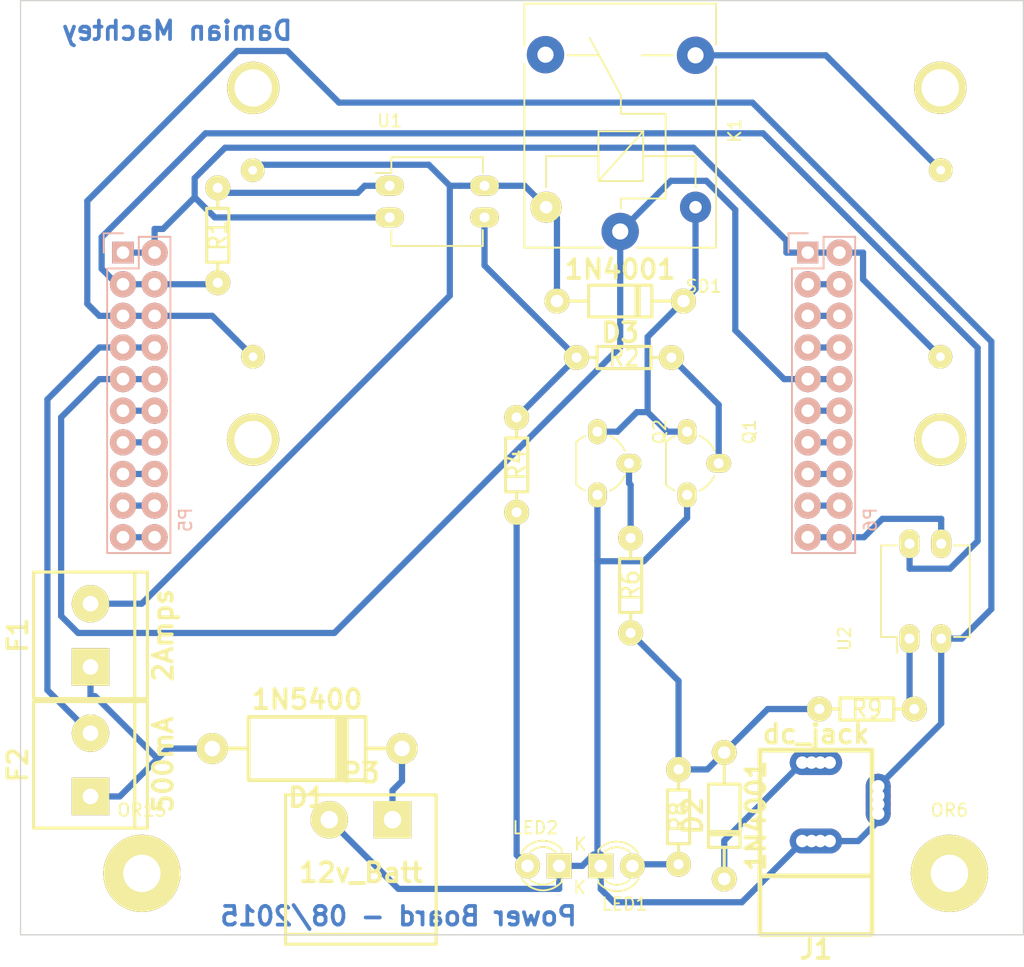
<source format=kicad_pcb>
(kicad_pcb (version 4) (host pcbnew "(2015-07-19 BZR 5960)-product")

  (general
    (links 76)
    (no_connects 0)
    (area 99.595743 57.224999 182.549001 135.6767)
    (thickness 1.6)
    (drawings 8)
    (tracks 231)
    (zones 0)
    (modules 25)
    (nets 34)
  )

  (page A4)
  (layers
    (0 F.Cu signal)
    (31 B.Cu signal)
    (32 B.Adhes user)
    (33 F.Adhes user)
    (34 B.Paste user)
    (35 F.Paste user)
    (36 B.SilkS user)
    (37 F.SilkS user)
    (38 B.Mask user)
    (39 F.Mask user)
    (40 Dwgs.User user)
    (41 Cmts.User user)
    (42 Eco1.User user)
    (43 Eco2.User user)
    (44 Edge.Cuts user)
    (45 Margin user)
    (46 B.CrtYd user)
    (47 F.CrtYd user)
    (48 B.Fab user)
    (49 F.Fab user)
  )

  (setup
    (last_trace_width 0.5)
    (trace_clearance 0.6)
    (zone_clearance 0.508)
    (zone_45_only no)
    (trace_min 0.2)
    (segment_width 0.2)
    (edge_width 0.1)
    (via_size 0.6)
    (via_drill 0.4)
    (via_min_size 0.4)
    (via_min_drill 0.3)
    (uvia_size 0.3)
    (uvia_drill 0.1)
    (uvias_allowed no)
    (uvia_min_size 0.2)
    (uvia_min_drill 0.1)
    (pcb_text_width 0.3)
    (pcb_text_size 1.5 1.5)
    (mod_edge_width 0.15)
    (mod_text_size 1 1)
    (mod_text_width 0.15)
    (pad_size 2.1 2.1)
    (pad_drill 1.016)
    (pad_to_mask_clearance 0)
    (aux_axis_origin 0 0)
    (grid_origin 10.3886 30.861)
    (visible_elements FFFFFF7F)
    (pcbplotparams
      (layerselection 0x3ffff_80000001)
      (usegerberextensions false)
      (excludeedgelayer true)
      (linewidth 0.100000)
      (plotframeref false)
      (viasonmask false)
      (mode 1)
      (useauxorigin false)
      (hpglpennumber 1)
      (hpglpenspeed 20)
      (hpglpendiameter 15)
      (hpglpenoverlay 2)
      (psnegative false)
      (psa4output false)
      (plotreference true)
      (plotvalue true)
      (plotinvisibletext false)
      (padsonsilk false)
      (subtractmaskfromsilk false)
      (outputformat 1)
      (mirror false)
      (drillshape 0)
      (scaleselection 1)
      (outputdirectory ~/tmp/))
  )

  (net 0 "")
  (net 1 /GND)
  (net 2 /DC_3.3V)
  (net 3 /VDD_5V)
  (net 4 /GND12V)
  (net 5 /12V+)
  (net 6 "Net-(P5-Pad11)")
  (net 7 "Net-(P5-Pad13)")
  (net 8 "Net-(P5-Pad15)")
  (net 9 "Net-(P5-Pad17)")
  (net 10 "Net-(P5-Pad19)")
  (net 11 "Net-(P6-Pad11)")
  (net 12 "Net-(P6-Pad13)")
  (net 13 "Net-(P6-Pad15)")
  (net 14 "Net-(P6-Pad17)")
  (net 15 "Net-(P6-Pad3)")
  (net 16 "Net-(P6-Pad5)")
  (net 17 "Net-(P6-Pad7)")
  (net 18 "Net-(D1-Pad1)")
  (net 19 "Net-(D1-Pad2)")
  (net 20 /12V+Mains)
  (net 21 "Net-(D2-Pad2)")
  (net 22 "Net-(D3-Pad2)")
  (net 23 "Net-(K1-Pad4)")
  (net 24 "Net-(LED1-Pad2)")
  (net 25 "Net-(LED2-Pad2)")
  (net 26 /GPIO0_7)
  (net 27 "Net-(Q1-Pad2)")
  (net 28 "Net-(Q2-Pad2)")
  (net 29 "Net-(R1-Pad1)")
  (net 30 "Net-(R2-Pad1)")
  (net 31 /VDD_5V-SD)
  (net 32 /12V+B)
  (net 33 "Net-(R9-Pad2)")

  (net_class Default "This is the default net class."
    (clearance 0.6)
    (trace_width 0.5)
    (via_dia 0.6)
    (via_drill 0.4)
    (uvia_dia 0.3)
    (uvia_drill 0.1)
    (add_net /12V+)
    (add_net /12V+B)
    (add_net /12V+Mains)
    (add_net /DC_3.3V)
    (add_net /GND)
    (add_net /GND12V)
    (add_net /GPIO0_7)
    (add_net /VDD_5V)
    (add_net /VDD_5V-SD)
    (add_net "Net-(D1-Pad1)")
    (add_net "Net-(D1-Pad2)")
    (add_net "Net-(D2-Pad2)")
    (add_net "Net-(D3-Pad2)")
    (add_net "Net-(K1-Pad4)")
    (add_net "Net-(LED1-Pad2)")
    (add_net "Net-(LED2-Pad2)")
    (add_net "Net-(P5-Pad11)")
    (add_net "Net-(P5-Pad13)")
    (add_net "Net-(P5-Pad15)")
    (add_net "Net-(P5-Pad17)")
    (add_net "Net-(P5-Pad19)")
    (add_net "Net-(P6-Pad11)")
    (add_net "Net-(P6-Pad13)")
    (add_net "Net-(P6-Pad15)")
    (add_net "Net-(P6-Pad17)")
    (add_net "Net-(P6-Pad3)")
    (add_net "Net-(P6-Pad5)")
    (add_net "Net-(P6-Pad7)")
    (add_net "Net-(Q1-Pad2)")
    (add_net "Net-(Q2-Pad2)")
    (add_net "Net-(R1-Pad1)")
    (add_net "Net-(R2-Pad1)")
    (add_net "Net-(R9-Pad2)")
  )

  (net_class mini ""
    (clearance 0.2)
    (trace_width 0.2)
    (via_dia 0.6)
    (via_drill 0.4)
    (uvia_dia 0.3)
    (uvia_drill 0.1)
  )

  (module Wire_Pads:SolderWirePad_single_2-5mmDrill (layer F.Cu) (tedit 55C78DFD) (tstamp 55C94277)
    (at 176.558 127.757)
    (fp_text reference OR6 (at 0 -5.08) (layer F.SilkS)
      (effects (font (size 1 1) (thickness 0.15)))
    )
    (fp_text value "Fix Hole" (at 0.541 4.224) (layer F.Fab)
      (effects (font (size 1 1) (thickness 0.15)))
    )
    (pad 1 thru_hole circle (at 0 0) (size 6.2 6.2) (drill 3) (layers *.Cu *.Mask F.SilkS))
  )

  (module Wire_Pads:SolderWirePad_single_2-5mmDrill (layer F.Cu) (tedit 55C78DFD) (tstamp 55C942112)
    (at 111.698 127.757)
    (fp_text reference OR15 (at 0 -5.08) (layer F.SilkS)
      (effects (font (size 1 1) (thickness 0.15)))
    )
    (fp_text value "Fix Hole" (at 0.541 4.224) (layer F.Fab)
      (effects (font (size 1 1) (thickness 0.15)))
    )
    (pad 1 thru_hole circle (at 0 0) (size 6.2 6.2) (drill 3) (layers *.Cu *.Mask F.SilkS))
  )

  (module w_pth_diodes:diode_do201 (layer F.Cu) (tedit 0) (tstamp 55C8DAB0)
    (at 124.968 117.729)
    (descr "Diode, DO-201 package")
    (path /55C5E8FE)
    (fp_text reference D1 (at 0 3.937) (layer F.SilkS)
      (effects (font (thickness 0.3048)))
    )
    (fp_text value 1N5400 (at 0 -3.937) (layer F.SilkS)
      (effects (font (thickness 0.3048)))
    )
    (fp_line (start 2.413 2.54) (end 2.413 -2.54) (layer F.SilkS) (width 0.3048))
    (fp_line (start 2.667 -2.54) (end 2.667 2.54) (layer F.SilkS) (width 0.3048))
    (fp_line (start 2.921 2.54) (end 2.921 -2.54) (layer F.SilkS) (width 0.3048))
    (fp_line (start 3.175 -2.54) (end 3.175 2.54) (layer F.SilkS) (width 0.3048))
    (fp_line (start 7.62 0) (end 4.699 0) (layer F.SilkS) (width 0.3048))
    (fp_line (start -7.62 0) (end -4.699 0) (layer F.SilkS) (width 0.3048))
    (fp_line (start -4.699 2.54) (end -4.699 -2.54) (layer F.SilkS) (width 0.3048))
    (fp_line (start -4.699 -2.54) (end 4.699 -2.54) (layer F.SilkS) (width 0.3048))
    (fp_line (start 4.699 -2.54) (end 4.699 2.54) (layer F.SilkS) (width 0.3048))
    (fp_line (start 4.699 2.54) (end -4.699 2.54) (layer F.SilkS) (width 0.3048))
    (pad 1 thru_hole circle (at -7.62 0) (size 2.49936 2.49936) (drill 1.24968) (layers *.Cu *.Mask F.SilkS)
      (net 18 "Net-(D1-Pad1)"))
    (pad 2 thru_hole circle (at 7.62 0) (size 2.49936 2.49936) (drill 1.24968) (layers *.Cu *.Mask F.SilkS)
      (net 19 "Net-(D1-Pad2)"))
    (model walter/pth_diodes/diode_do201.wrl
      (at (xyz 0 0 0))
      (scale (xyz 1 1 1))
      (rotate (xyz 0 0 0))
    )
  )

  (module w_pth_diodes:diode_do41 (layer F.Cu) (tedit 0) (tstamp 55C8DABE)
    (at 158.471 123.126 270)
    (descr "Diode, DO-41 package")
    (path /55C5EAF7)
    (fp_text reference D2 (at 0 2.54 270) (layer F.SilkS)
      (effects (font (thickness 0.3048)))
    )
    (fp_text value 1N4001 (at 0 -2.54 270) (layer F.SilkS)
      (effects (font (thickness 0.3048)))
    )
    (fp_line (start 1.524 1.27) (end 1.524 -1.27) (layer F.SilkS) (width 0.254))
    (fp_line (start 1.27 -1.27) (end 1.27 1.27) (layer F.SilkS) (width 0.254))
    (fp_line (start -2.54 -1.27) (end -2.54 1.27) (layer F.SilkS) (width 0.254))
    (fp_line (start 2.54 -1.27) (end 2.54 1.27) (layer F.SilkS) (width 0.254))
    (fp_line (start -2.54 -1.27) (end 2.54 -1.27) (layer F.SilkS) (width 0.254))
    (fp_line (start 2.54 1.27) (end -2.54 1.27) (layer F.SilkS) (width 0.254))
    (fp_line (start 4.826 0) (end 2.54 0) (layer F.SilkS) (width 0.254))
    (fp_line (start -2.54 0) (end -4.826 0) (layer F.SilkS) (width 0.254))
    (pad 1 thru_hole circle (at -5.08 0 270) (size 1.99898 1.99898) (drill 1.00076) (layers *.Cu *.Mask F.SilkS)
      (net 20 /12V+Mains))
    (pad 2 thru_hole circle (at 5.08 0 270) (size 1.99898 1.99898) (drill 1.00076) (layers *.Cu *.Mask F.SilkS)
      (net 21 "Net-(D2-Pad2)"))
    (model walter/pth_diodes/diode_do41.wrl
      (at (xyz 0 0 0))
      (scale (xyz 1 1 1))
      (rotate (xyz 0 0 0))
    )
  )

  (module w_pth_diodes:diode_do41 (layer F.Cu) (tedit 0) (tstamp 55C8DACC)
    (at 150.114 81.788)
    (descr "Diode, DO-41 package")
    (path /55C69F02)
    (fp_text reference D3 (at 0 2.54) (layer F.SilkS)
      (effects (font (thickness 0.3048)))
    )
    (fp_text value 1N4001 (at 0 -2.54) (layer F.SilkS)
      (effects (font (thickness 0.3048)))
    )
    (fp_line (start 1.524 1.27) (end 1.524 -1.27) (layer F.SilkS) (width 0.254))
    (fp_line (start 1.27 -1.27) (end 1.27 1.27) (layer F.SilkS) (width 0.254))
    (fp_line (start -2.54 -1.27) (end -2.54 1.27) (layer F.SilkS) (width 0.254))
    (fp_line (start 2.54 -1.27) (end 2.54 1.27) (layer F.SilkS) (width 0.254))
    (fp_line (start -2.54 -1.27) (end 2.54 -1.27) (layer F.SilkS) (width 0.254))
    (fp_line (start 2.54 1.27) (end -2.54 1.27) (layer F.SilkS) (width 0.254))
    (fp_line (start 4.826 0) (end 2.54 0) (layer F.SilkS) (width 0.254))
    (fp_line (start -2.54 0) (end -4.826 0) (layer F.SilkS) (width 0.254))
    (pad 1 thru_hole circle (at -5.08 0) (size 1.99898 1.99898) (drill 1.00076) (layers *.Cu *.Mask F.SilkS)
      (net 5 /12V+))
    (pad 2 thru_hole circle (at 5.08 0) (size 1.99898 1.99898) (drill 1.00076) (layers *.Cu *.Mask F.SilkS)
      (net 22 "Net-(D3-Pad2)"))
    (model walter/pth_diodes/diode_do41.wrl
      (at (xyz 0 0 0))
      (scale (xyz 1 1 1))
      (rotate (xyz 0 0 0))
    )
  )

  (module Relays_ThroughHole:Relay_SANYOU_SRD_Series_Form_C (layer F.Cu) (tedit 5418D3EA) (tstamp 55C8DB09)
    (at 150.114 76.2 90)
    (descr "relay, Sanyou SRD series Form C")
    (path /55C69326)
    (fp_text reference K1 (at 8.1 9.2 90) (layer F.SilkS)
      (effects (font (size 1 1) (thickness 0.15)))
    )
    (fp_text value "5v Supply" (at 8 -9.6 90) (layer F.Fab)
      (effects (font (size 1 1) (thickness 0.15)))
    )
    (fp_line (start 15 7.7) (end 18.3 7.7) (layer F.SilkS) (width 0.15))
    (fp_line (start 18.3 7.7) (end 18.3 -7.7) (layer F.SilkS) (width 0.15))
    (fp_line (start 18.3 -7.7) (end 14.95 -7.7) (layer F.SilkS) (width 0.15))
    (fp_line (start -1.3 1.35) (end -1.3 7.7) (layer F.SilkS) (width 0.15))
    (fp_line (start -1.3 7.7) (end 13.25 7.7) (layer F.SilkS) (width 0.15))
    (fp_line (start -1.3 -1.4) (end -1.3 -7.7) (layer F.SilkS) (width 0.15))
    (fp_line (start -1.3 -7.7) (end 13.45 -7.7) (layer F.SilkS) (width 0.15))
    (fp_line (start -1.3 -7.65) (end -1.3 -1.4) (layer F.SilkS) (width 0.15))
    (fp_line (start 14.15 4.2) (end 14.15 1.75) (layer F.SilkS) (width 0.15))
    (fp_line (start 14.15 -4.2) (end 14.15 -1.7) (layer F.SilkS) (width 0.15))
    (fp_line (start 3.55 6.05) (end 6.05 6.05) (layer F.SilkS) (width 0.15))
    (fp_line (start 2.65 0.05) (end 1.85 0.05) (layer F.SilkS) (width 0.15))
    (fp_line (start 6.05 -5.95) (end 3.55 -5.95) (layer F.SilkS) (width 0.15))
    (fp_line (start 9.45 0.05) (end 10.95 0.05) (layer F.SilkS) (width 0.15))
    (fp_line (start 10.95 0.05) (end 15.55 -2.45) (layer F.SilkS) (width 0.15))
    (fp_line (start 9.45 3.65) (end 2.65 3.65) (layer F.SilkS) (width 0.15))
    (fp_line (start 9.45 0.05) (end 9.45 3.65) (layer F.SilkS) (width 0.15))
    (fp_line (start 2.65 0.05) (end 2.65 3.65) (layer F.SilkS) (width 0.15))
    (fp_line (start 6.05 -5.95) (end 6.05 -1.75) (layer F.SilkS) (width 0.15))
    (fp_line (start 6.05 1.85) (end 6.05 6.05) (layer F.SilkS) (width 0.15))
    (fp_line (start 8.05 1.85) (end 4.05 -1.75) (layer F.SilkS) (width 0.15))
    (fp_line (start 4.05 1.85) (end 4.05 -1.75) (layer F.SilkS) (width 0.15))
    (fp_line (start 4.05 -1.75) (end 8.05 -1.75) (layer F.SilkS) (width 0.15))
    (fp_line (start 8.05 -1.75) (end 8.05 1.85) (layer F.SilkS) (width 0.15))
    (fp_line (start 8.05 1.85) (end 4.05 1.85) (layer F.SilkS) (width 0.15))
    (pad 2 thru_hole circle (at 1.95 6.05 180) (size 2.5 2.5) (drill 1) (layers *.Cu *.Mask)
      (net 22 "Net-(D3-Pad2)"))
    (pad 3 thru_hole circle (at 14.15 6.05 180) (size 3 3) (drill 1.3) (layers *.Cu *.Mask)
      (net 31 /VDD_5V-SD))
    (pad 4 thru_hole circle (at 14.2 -6 180) (size 3 3) (drill 1.3) (layers *.Cu *.Mask)
      (net 23 "Net-(K1-Pad4)"))
    (pad 5 thru_hole circle (at 1.95 -5.95 180) (size 2.5 2.5) (drill 1) (layers *.Cu *.Mask F.SilkS)
      (net 5 /12V+))
    (pad 1 thru_hole circle (at 0 0 180) (size 3 3) (drill 1.3) (layers *.Cu *.Mask)
      (net 3 /VDD_5V))
    (model Relays_ThroughHole.3dshapes/Relay_SANYOU_SRD_Series_Form_C.wrl
      (at (xyz 0 0 0))
      (scale (xyz 1 1 1))
      (rotate (xyz 0 0 0))
    )
  )

  (module LEDs:LED-3MM (layer F.Cu) (tedit 559B82F6) (tstamp 55C8DB1A)
    (at 148.552 127.165)
    (descr "LED 3mm round vertical")
    (tags "LED  3mm round vertical")
    (path /55C6AFAF)
    (fp_text reference LED1 (at 1.91 3.06) (layer F.SilkS)
      (effects (font (size 1 1) (thickness 0.15)))
    )
    (fp_text value Mains (at 1.3 -2.9) (layer F.Fab)
      (effects (font (size 1 1) (thickness 0.15)))
    )
    (fp_line (start -1.2 2.3) (end 3.8 2.3) (layer F.CrtYd) (width 0.05))
    (fp_line (start 3.8 2.3) (end 3.8 -2.2) (layer F.CrtYd) (width 0.05))
    (fp_line (start 3.8 -2.2) (end -1.2 -2.2) (layer F.CrtYd) (width 0.05))
    (fp_line (start -1.2 -2.2) (end -1.2 2.3) (layer F.CrtYd) (width 0.05))
    (fp_line (start -0.199 1.314) (end -0.199 1.114) (layer F.SilkS) (width 0.15))
    (fp_line (start -0.199 -1.28) (end -0.199 -1.1) (layer F.SilkS) (width 0.15))
    (fp_arc (start 1.301 0.034) (end -0.199 -1.286) (angle 108.5) (layer F.SilkS) (width 0.15))
    (fp_arc (start 1.301 0.034) (end 0.25 -1.1) (angle 85.7) (layer F.SilkS) (width 0.15))
    (fp_arc (start 1.311 0.034) (end 3.051 0.994) (angle 110) (layer F.SilkS) (width 0.15))
    (fp_arc (start 1.301 0.034) (end 2.335 1.094) (angle 87.5) (layer F.SilkS) (width 0.15))
    (fp_text user K (at -1.69 1.74) (layer F.SilkS)
      (effects (font (size 1 1) (thickness 0.15)))
    )
    (pad 1 thru_hole rect (at 0 0 90) (size 2 2) (drill 1.00076) (layers *.Cu *.Mask F.SilkS)
      (net 4 /GND12V))
    (pad 2 thru_hole circle (at 2.54 0) (size 2 2) (drill 1.00076) (layers *.Cu *.Mask F.SilkS)
      (net 24 "Net-(LED1-Pad2)"))
    (model LEDs.3dshapes/LED-3MM.wrl
      (at (xyz 0.05 0 0))
      (scale (xyz 1 1 1))
      (rotate (xyz 0 0 90))
    )
  )

  (module LEDs:LED-3MM (layer F.Cu) (tedit 559B82F6) (tstamp 55C8DB2B)
    (at 145.212 127.152 180)
    (descr "LED 3mm round vertical")
    (tags "LED  3mm round vertical")
    (path /55C6D935)
    (fp_text reference LED2 (at 1.91 3.06 180) (layer F.SilkS)
      (effects (font (size 1 1) (thickness 0.15)))
    )
    (fp_text value BBB (at 1.3 -2.9 180) (layer F.Fab)
      (effects (font (size 1 1) (thickness 0.15)))
    )
    (fp_line (start -1.2 2.3) (end 3.8 2.3) (layer F.CrtYd) (width 0.05))
    (fp_line (start 3.8 2.3) (end 3.8 -2.2) (layer F.CrtYd) (width 0.05))
    (fp_line (start 3.8 -2.2) (end -1.2 -2.2) (layer F.CrtYd) (width 0.05))
    (fp_line (start -1.2 -2.2) (end -1.2 2.3) (layer F.CrtYd) (width 0.05))
    (fp_line (start -0.199 1.314) (end -0.199 1.114) (layer F.SilkS) (width 0.15))
    (fp_line (start -0.199 -1.28) (end -0.199 -1.1) (layer F.SilkS) (width 0.15))
    (fp_arc (start 1.301 0.034) (end -0.199 -1.286) (angle 108.5) (layer F.SilkS) (width 0.15))
    (fp_arc (start 1.301 0.034) (end 0.25 -1.1) (angle 85.7) (layer F.SilkS) (width 0.15))
    (fp_arc (start 1.311 0.034) (end 3.051 0.994) (angle 110) (layer F.SilkS) (width 0.15))
    (fp_arc (start 1.301 0.034) (end 2.335 1.094) (angle 87.5) (layer F.SilkS) (width 0.15))
    (fp_text user K (at -1.69 1.74 180) (layer F.SilkS)
      (effects (font (size 1 1) (thickness 0.15)))
    )
    (pad 1 thru_hole rect (at 0 0 270) (size 2 2) (drill 1.00076) (layers *.Cu *.Mask F.SilkS)
      (net 4 /GND12V))
    (pad 2 thru_hole circle (at 2.54 0 180) (size 2 2) (drill 1.00076) (layers *.Cu *.Mask F.SilkS)
      (net 25 "Net-(LED2-Pad2)"))
    (model LEDs.3dshapes/LED-3MM.wrl
      (at (xyz 0.05 0 0))
      (scale (xyz 1 1 1))
      (rotate (xyz 0 0 90))
    )
  )

  (module w_conn_screw:mstba_2,5%2f2-g-5,08 (layer F.Cu) (tedit 0) (tstamp 55C8DB36)
    (at 129.286 123.444 180)
    (descr "Terminal block 2 pins, Phoenix MSTBA 2,5/2-G-5,08")
    (path /55C5DF76)
    (fp_text reference P3 (at 0 3.74904 180) (layer F.SilkS)
      (effects (font (thickness 0.3048)))
    )
    (fp_text value 12v_Batt (at 0 -4.24942 180) (layer F.SilkS)
      (effects (font (thickness 0.3048)))
    )
    (fp_line (start -6.05028 -9.19988) (end 6.05028 -9.19988) (layer F.SilkS) (width 0.254))
    (fp_line (start 6.05028 1.99898) (end -6.05028 1.99898) (layer F.SilkS) (width 0.254))
    (fp_line (start -6.05028 1.99898) (end -6.05028 -9.99998) (layer F.SilkS) (width 0.254))
    (fp_line (start 6.05028 -9.99998) (end -6.05028 -9.99998) (layer F.SilkS) (width 0.254))
    (fp_line (start 6.05028 1.99898) (end 6.05028 -9.99998) (layer F.SilkS) (width 0.254))
    (pad 1 thru_hole rect (at -2.54 0 180) (size 2.99974 2.99974) (drill 1.39954) (layers *.Cu *.Mask F.SilkS)
      (net 19 "Net-(D1-Pad2)"))
    (pad 2 thru_hole circle (at 2.54 0 180) (size 2.99974 2.99974) (drill 1.39954) (layers *.Cu *.Mask F.SilkS)
      (net 4 /GND12V))
    (model walter/conn_screw/mstba_2,5-2-g-5,08.wrl
      (at (xyz 0 0 0))
      (scale (xyz 1 1 1))
      (rotate (xyz 0 0 0))
    )
  )

  (module Housings_TO-92:TO-92_Molded_Wide_Oval (layer F.Cu) (tedit 54F243F6) (tstamp 55C8DB46)
    (at 155.486 92.2782 270)
    (descr "TO-92 leads molded, wide, oval pads, drill 0.8mm (see NXP sot054_po.pdf)")
    (tags "to-92 sc-43 sc-43a sot54 PA33 transistor")
    (path /55C67042)
    (fp_text reference Q1 (at 0 -5 270) (layer F.SilkS)
      (effects (font (size 1 1) (thickness 0.15)))
    )
    (fp_text value BC547 (at 0 3 270) (layer F.Fab)
      (effects (font (size 1 1) (thickness 0.15)))
    )
    (fp_arc (start 2.54 0) (end 0.34 -1) (angle 41.11209044) (layer F.SilkS) (width 0.15))
    (fp_arc (start 2.54 0) (end 4.74 -1) (angle -41.11210221) (layer F.SilkS) (width 0.15))
    (fp_arc (start 2.54 0) (end 0.84 1.7) (angle 20.5) (layer F.SilkS) (width 0.15))
    (fp_arc (start 2.54 0) (end 4.24 1.7) (angle -20.5) (layer F.SilkS) (width 0.15))
    (fp_line (start -1.25 1.95) (end -1.25 -3.8) (layer F.CrtYd) (width 0.05))
    (fp_line (start -1.25 1.95) (end 6.35 1.95) (layer F.CrtYd) (width 0.05))
    (fp_line (start 0.84 1.7) (end 4.24 1.7) (layer F.SilkS) (width 0.15))
    (fp_line (start -1.25 -3.8) (end 6.35 -3.8) (layer F.CrtYd) (width 0.05))
    (fp_line (start 6.35 1.95) (end 6.35 -3.8) (layer F.CrtYd) (width 0.05))
    (pad 2 thru_hole oval (at 2.54 -2.54) (size 1.99898 1.50114) (drill 0.8) (layers *.Cu *.Mask F.SilkS)
      (net 27 "Net-(Q1-Pad2)"))
    (pad 1 thru_hole oval (at 0 0) (size 1.50114 1.99898) (drill 0.8) (layers *.Cu *.Mask F.SilkS)
      (net 22 "Net-(D3-Pad2)"))
    (pad 3 thru_hole oval (at 5.08 0) (size 1.50114 1.99898) (drill 0.8) (layers *.Cu *.Mask F.SilkS)
      (net 4 /GND12V))
    (model Housings_TO-92.3dshapes/TO-92_Molded_Wide_Oval.wrl
      (at (xyz 0.1 0 0))
      (scale (xyz 1 1 1))
      (rotate (xyz 0 0 -90))
    )
  )

  (module Housings_TO-92:TO-92_Molded_Wide_Oval (layer F.Cu) (tedit 54F243F6) (tstamp 55C8DB56)
    (at 148.285 92.2782 270)
    (descr "TO-92 leads molded, wide, oval pads, drill 0.8mm (see NXP sot054_po.pdf)")
    (tags "to-92 sc-43 sc-43a sot54 PA33 transistor")
    (path /55C6858A)
    (fp_text reference Q2 (at 0 -5 270) (layer F.SilkS)
      (effects (font (size 1 1) (thickness 0.15)))
    )
    (fp_text value BC547 (at 0 3 270) (layer F.Fab)
      (effects (font (size 1 1) (thickness 0.15)))
    )
    (fp_arc (start 2.54 0) (end 0.34 -1) (angle 41.11209044) (layer F.SilkS) (width 0.15))
    (fp_arc (start 2.54 0) (end 4.74 -1) (angle -41.11210221) (layer F.SilkS) (width 0.15))
    (fp_arc (start 2.54 0) (end 0.84 1.7) (angle 20.5) (layer F.SilkS) (width 0.15))
    (fp_arc (start 2.54 0) (end 4.24 1.7) (angle -20.5) (layer F.SilkS) (width 0.15))
    (fp_line (start -1.25 1.95) (end -1.25 -3.8) (layer F.CrtYd) (width 0.05))
    (fp_line (start -1.25 1.95) (end 6.35 1.95) (layer F.CrtYd) (width 0.05))
    (fp_line (start 0.84 1.7) (end 4.24 1.7) (layer F.SilkS) (width 0.15))
    (fp_line (start -1.25 -3.8) (end 6.35 -3.8) (layer F.CrtYd) (width 0.05))
    (fp_line (start 6.35 1.95) (end 6.35 -3.8) (layer F.CrtYd) (width 0.05))
    (pad 2 thru_hole oval (at 2.54 -2.54) (size 1.99898 1.50114) (drill 0.8) (layers *.Cu *.Mask F.SilkS)
      (net 28 "Net-(Q2-Pad2)"))
    (pad 1 thru_hole oval (at 0 0) (size 1.50114 1.99898) (drill 0.8) (layers *.Cu *.Mask F.SilkS)
      (net 22 "Net-(D3-Pad2)"))
    (pad 3 thru_hole oval (at 5.08 0) (size 1.50114 1.99898) (drill 0.8) (layers *.Cu *.Mask F.SilkS)
      (net 4 /GND12V))
    (model Housings_TO-92.3dshapes/TO-92_Molded_Wide_Oval.wrl
      (at (xyz 0.1 0 0))
      (scale (xyz 1 1 1))
      (rotate (xyz 0 0 -90))
    )
  )

  (module w_pth_resistors:RC03 (layer F.Cu) (tedit 55C91FE1) (tstamp 55C8DB62)
    (at 117.792 76.5048 270)
    (descr "Resistor, RC03")
    (tags R)
    (path /55C65217)
    (autoplace_cost180 10)
    (fp_text reference R1 (at 0 0 450) (layer F.SilkS)
      (effects (font (size 1.397 1.27) (thickness 0.2032)))
    )
    (fp_text value 1K (at 0 2.032 270) (layer F.SilkS) hide
      (effects (font (size 1.397 1.27) (thickness 0.2032)))
    )
    (fp_line (start 2.159 0) (end 3.81 0) (layer F.SilkS) (width 0.254))
    (fp_line (start -2.159 0) (end -3.81 0) (layer F.SilkS) (width 0.254))
    (fp_line (start -2.159 -0.889) (end -2.159 0.889) (layer F.SilkS) (width 0.254))
    (fp_line (start -2.159 0.889) (end 2.159 0.889) (layer F.SilkS) (width 0.254))
    (fp_line (start 2.159 0.889) (end 2.159 -0.889) (layer F.SilkS) (width 0.254))
    (fp_line (start 2.159 -0.889) (end -2.159 -0.889) (layer F.SilkS) (width 0.254))
    (pad 1 thru_hole circle (at -3.81 0 270) (size 1.99898 1.99898) (drill 0.8001) (layers *.Cu *.Mask F.SilkS)
      (net 29 "Net-(R1-Pad1)"))
    (pad 2 thru_hole circle (at 3.81 0 270) (size 1.99898 1.99898) (drill 0.8001) (layers *.Cu *.Mask F.SilkS)
      (net 2 /DC_3.3V))
    (model walter/pth_resistors/rc03.wrl
      (at (xyz 0 0 0))
      (scale (xyz 1 1 1))
      (rotate (xyz 0 0 0))
    )
  )

  (module w_pth_resistors:RC03 (layer F.Cu) (tedit 55C9178A) (tstamp 55C8DB6E)
    (at 150.419 86.3219)
    (descr "Resistor, RC03")
    (tags R)
    (path /55C6C692)
    (autoplace_cost180 10)
    (fp_text reference R2 (at 0 0 180) (layer F.SilkS)
      (effects (font (size 1.397 1.27) (thickness 0.2032)))
    )
    (fp_text value 560 (at 0 2.032) (layer F.SilkS) hide
      (effects (font (size 1.397 1.27) (thickness 0.2032)))
    )
    (fp_line (start 2.159 0) (end 3.81 0) (layer F.SilkS) (width 0.254))
    (fp_line (start -2.159 0) (end -3.81 0) (layer F.SilkS) (width 0.254))
    (fp_line (start -2.159 -0.889) (end -2.159 0.889) (layer F.SilkS) (width 0.254))
    (fp_line (start -2.159 0.889) (end 2.159 0.889) (layer F.SilkS) (width 0.254))
    (fp_line (start 2.159 0.889) (end 2.159 -0.889) (layer F.SilkS) (width 0.254))
    (fp_line (start 2.159 -0.889) (end -2.159 -0.889) (layer F.SilkS) (width 0.254))
    (pad 1 thru_hole circle (at -3.81 0) (size 1.99898 1.99898) (drill 0.8001) (layers *.Cu *.Mask F.SilkS)
      (net 30 "Net-(R2-Pad1)"))
    (pad 2 thru_hole circle (at 3.81 0) (size 1.99898 1.99898) (drill 0.8001) (layers *.Cu *.Mask F.SilkS)
      (net 27 "Net-(Q1-Pad2)"))
    (model walter/pth_resistors/rc03.wrl
      (at (xyz 0 0 0))
      (scale (xyz 1 1 1))
      (rotate (xyz 0 0 0))
    )
  )

  (module w_pth_resistors:RC03 (layer F.Cu) (tedit 55C8F53C) (tstamp 55C8DB7A)
    (at 141.796 94.9452 270)
    (descr "Resistor, RC03")
    (tags R)
    (path /55C6E776)
    (autoplace_cost180 10)
    (fp_text reference R4 (at 0 0 450) (layer F.SilkS)
      (effects (font (size 1.397 1.27) (thickness 0.2032)))
    )
    (fp_text value 560 (at 0 2.032 270) (layer F.SilkS) hide
      (effects (font (size 1.397 1.27) (thickness 0.2032)))
    )
    (fp_line (start 2.159 0) (end 3.81 0) (layer F.SilkS) (width 0.254))
    (fp_line (start -2.159 0) (end -3.81 0) (layer F.SilkS) (width 0.254))
    (fp_line (start -2.159 -0.889) (end -2.159 0.889) (layer F.SilkS) (width 0.254))
    (fp_line (start -2.159 0.889) (end 2.159 0.889) (layer F.SilkS) (width 0.254))
    (fp_line (start 2.159 0.889) (end 2.159 -0.889) (layer F.SilkS) (width 0.254))
    (fp_line (start 2.159 -0.889) (end -2.159 -0.889) (layer F.SilkS) (width 0.254))
    (pad 1 thru_hole circle (at -3.81 0 270) (size 1.99898 1.99898) (drill 0.8001) (layers *.Cu *.Mask F.SilkS)
      (net 30 "Net-(R2-Pad1)"))
    (pad 2 thru_hole circle (at 3.81 0 270) (size 1.99898 1.99898) (drill 0.8001) (layers *.Cu *.Mask F.SilkS)
      (net 25 "Net-(LED2-Pad2)"))
    (model walter/pth_resistors/rc03.wrl
      (at (xyz 0 0 0))
      (scale (xyz 1 1 1))
      (rotate (xyz 0 0 0))
    )
  )

  (module w_pth_resistors:RC03 (layer F.Cu) (tedit 55CA1DB0) (tstamp 55C8DB86)
    (at 150.952 104.635 270)
    (descr "Resistor, RC03")
    (tags R)
    (path /55C6C12F)
    (autoplace_cost180 10)
    (fp_text reference R6 (at 0 0 270) (layer F.SilkS)
      (effects (font (size 1.397 1.27) (thickness 0.2032)))
    )
    (fp_text value 560 (at 0 2.032 270) (layer F.SilkS) hide
      (effects (font (size 1.397 1.27) (thickness 0.2032)))
    )
    (fp_line (start 2.159 0) (end 3.81 0) (layer F.SilkS) (width 0.254))
    (fp_line (start -2.159 0) (end -3.81 0) (layer F.SilkS) (width 0.254))
    (fp_line (start -2.159 -0.889) (end -2.159 0.889) (layer F.SilkS) (width 0.254))
    (fp_line (start -2.159 0.889) (end 2.159 0.889) (layer F.SilkS) (width 0.254))
    (fp_line (start 2.159 0.889) (end 2.159 -0.889) (layer F.SilkS) (width 0.254))
    (fp_line (start 2.159 -0.889) (end -2.159 -0.889) (layer F.SilkS) (width 0.254))
    (pad 1 thru_hole circle (at -3.81 0 270) (size 1.99898 1.99898) (drill 0.8001) (layers *.Cu *.Mask F.SilkS)
      (net 28 "Net-(Q2-Pad2)"))
    (pad 2 thru_hole circle (at 3.81 0 270) (size 1.99898 1.99898) (drill 0.8001) (layers *.Cu *.Mask F.SilkS)
      (net 20 /12V+Mains))
    (model walter/pth_resistors/rc03.wrl
      (at (xyz 0 0 0))
      (scale (xyz 1 1 1))
      (rotate (xyz 0 0 0))
    )
  )

  (module w_pth_resistors:RC03 (layer F.Cu) (tedit 0) (tstamp 55C8DB92)
    (at 154.8 123.215 90)
    (descr "Resistor, RC03")
    (tags R)
    (path /55C6B17E)
    (autoplace_cost180 10)
    (fp_text reference R8 (at 0 0 90) (layer F.SilkS)
      (effects (font (size 1.397 1.27) (thickness 0.2032)))
    )
    (fp_text value 560 (at 0 2.032 90) (layer F.SilkS) hide
      (effects (font (size 1.397 1.27) (thickness 0.2032)))
    )
    (fp_line (start 2.159 0) (end 3.81 0) (layer F.SilkS) (width 0.254))
    (fp_line (start -2.159 0) (end -3.81 0) (layer F.SilkS) (width 0.254))
    (fp_line (start -2.159 -0.889) (end -2.159 0.889) (layer F.SilkS) (width 0.254))
    (fp_line (start -2.159 0.889) (end 2.159 0.889) (layer F.SilkS) (width 0.254))
    (fp_line (start 2.159 0.889) (end 2.159 -0.889) (layer F.SilkS) (width 0.254))
    (fp_line (start 2.159 -0.889) (end -2.159 -0.889) (layer F.SilkS) (width 0.254))
    (pad 1 thru_hole circle (at -3.81 0 90) (size 1.99898 1.99898) (drill 0.8001) (layers *.Cu *.Mask F.SilkS)
      (net 24 "Net-(LED1-Pad2)"))
    (pad 2 thru_hole circle (at 3.81 0 90) (size 1.99898 1.99898) (drill 0.8001) (layers *.Cu *.Mask F.SilkS)
      (net 20 /12V+Mains))
    (model walter/pth_resistors/rc03.wrl
      (at (xyz 0 0 0))
      (scale (xyz 1 1 1))
      (rotate (xyz 0 0 0))
    )
  )

  (module lib:step-down (layer F.Cu) (tedit 55C8D61D) (tstamp 55C8DBA8)
    (at 156.82 80.0989)
    (tags "Step Down")
    (path /55C8D783)
    (fp_text reference SD1 (at 0 0.5) (layer F.SilkS)
      (effects (font (size 1 1) (thickness 0.15)))
    )
    (fp_text value Step-Down-board (at 0 -1.2319) (layer F.Fab)
      (effects (font (size 1 1) (thickness 0.15)))
    )
    (fp_line (start -39.0906 15.7099) (end 21.9094 15.7099) (layer B.Paste) (width 0.1))
    (fp_line (start 21.9094 15.7099) (end 21.9094 -18.3901) (layer B.Paste) (width 0.1))
    (fp_line (start 21.9094 -18.3901) (end -39.0906 -18.3901) (layer B.Paste) (width 0.1))
    (fp_line (start -39.0906 -18.3901) (end -39.0906 15.7099) (layer B.Paste) (width 0.1))
    (fp_line (start -39.0906 -8.8401) (end 21.9094 -8.8401) (layer B.Paste) (width 0.1))
    (fp_line (start 21.9094 -15.4381) (end -39.0906 -15.4381) (layer B.Paste) (width 0.1))
    (fp_line (start -39.0906 6.1599) (end 21.9094 6.1599) (layer B.Paste) (width 0.1))
    (fp_line (start -39.0906 12.8099) (end 21.9094 12.8099) (layer B.Paste) (width 0.1))
    (fp_line (start 19.0094 15.7099) (end 19.0094 -18.3901) (layer B.Paste) (width 0.1))
    (fp_line (start -36.1906 -18.3901) (end -36.1906 15.7099) (layer B.Paste) (width 0.1))
    (pad 2 thru_hole circle (at -36.195 6.1595) (size 1.9 1.9) (drill 0.7) (layers *.Cu *.Mask F.SilkS)
      (net 4 /GND12V))
    (pad 9 thru_hole circle (at -36.195 12.8143) (size 4.2 4.2) (drill 3) (layers *.Cu *.Mask F.SilkS))
    (pad 11 thru_hole circle (at 19.0119 12.8143) (size 4.2 4.2) (drill 3) (layers *.Cu *.Mask F.SilkS))
    (pad 10 thru_hole circle (at 18.9992 -15.4432) (size 4.2 4.2) (drill 3) (layers *.Cu *.Mask F.SilkS))
    (pad 8 thru_hole circle (at -36.1823 -15.4305) (size 4.2 4.2) (drill 3) (layers *.Cu *.Mask F.SilkS))
    (pad 1 thru_hole circle (at -36.2204 -8.8138) (size 1.9 1.9) (drill 0.7) (layers *.Cu *.Mask F.SilkS)
      (net 5 /12V+))
    (pad 3 thru_hole circle (at 19.0373 -8.8265) (size 1.9 1.9) (drill 0.7) (layers *.Cu *.Mask F.SilkS)
      (net 31 /VDD_5V-SD))
    (pad 4 thru_hole circle (at 19.0119 6.1595) (size 1.9 1.9) (drill 0.7) (layers *.Cu *.Mask F.SilkS)
      (net 1 /GND))
  )

  (module Housings_DIP:DIP-4_W7.62mm_LongPads (layer F.Cu) (tedit 54130A77) (tstamp 55C8DBBB)
    (at 131.597 72.5297)
    (descr "4-lead dip package, row spacing 7.62 mm (300 mils), longer pads")
    (tags "dil dip 2.54 300")
    (path /55C64E8C)
    (fp_text reference U1 (at 0 -5.22) (layer F.SilkS)
      (effects (font (size 1 1) (thickness 0.15)))
    )
    (fp_text value PC817 (at 0 -3.72) (layer F.Fab)
      (effects (font (size 1 1) (thickness 0.15)))
    )
    (fp_line (start -1.4 -2.45) (end -1.4 5) (layer F.CrtYd) (width 0.05))
    (fp_line (start 9 -2.45) (end 9 5) (layer F.CrtYd) (width 0.05))
    (fp_line (start -1.4 -2.45) (end 9 -2.45) (layer F.CrtYd) (width 0.05))
    (fp_line (start -1.4 5) (end 9 5) (layer F.CrtYd) (width 0.05))
    (fp_line (start 0.135 -2.295) (end 0.135 -1.025) (layer F.SilkS) (width 0.15))
    (fp_line (start 7.485 -2.295) (end 7.485 -1.025) (layer F.SilkS) (width 0.15))
    (fp_line (start 7.485 4.835) (end 7.485 3.565) (layer F.SilkS) (width 0.15))
    (fp_line (start 0.135 4.835) (end 0.135 3.565) (layer F.SilkS) (width 0.15))
    (fp_line (start 0.135 -2.295) (end 7.485 -2.295) (layer F.SilkS) (width 0.15))
    (fp_line (start 0.135 4.835) (end 7.485 4.835) (layer F.SilkS) (width 0.15))
    (fp_line (start 0.135 -1.025) (end -1.15 -1.025) (layer F.SilkS) (width 0.15))
    (pad 1 thru_hole oval (at 0 0) (size 2.3 1.6) (drill 0.8) (layers *.Cu *.Mask F.SilkS)
      (net 29 "Net-(R1-Pad1)"))
    (pad 2 thru_hole oval (at 0 2.54) (size 2.3 1.6) (drill 0.8) (layers *.Cu *.Mask F.SilkS)
      (net 1 /GND))
    (pad 3 thru_hole oval (at 7.62 2.54) (size 2.3 1.6) (drill 0.8) (layers *.Cu *.Mask F.SilkS)
      (net 30 "Net-(R2-Pad1)"))
    (pad 4 thru_hole oval (at 7.62 0) (size 2.3 1.6) (drill 0.8) (layers *.Cu *.Mask F.SilkS)
      (net 5 /12V+))
    (model Housings_DIP.3dshapes/DIP-4_W7.62mm_LongPads.wrl
      (at (xyz 0 0 0))
      (scale (xyz 1 1 1))
      (rotate (xyz 0 0 0))
    )
  )

  (module lib:Socket_Strip_Straight_2x10 locked (layer B.Cu) (tedit 55C3287F) (tstamp 55C8EB29)
    (at 110.178 77.897 270)
    (descr "Through hole socket strip")
    (tags "socket strip")
    (path /55C75852)
    (fp_text reference P5 (at 21.463 -5.0292 270) (layer B.SilkS)
      (effects (font (size 1 1) (thickness 0.15)) (justify mirror))
    )
    (fp_text value CONN_02X10 (at 8.5725 -4.9657 270) (layer B.Fab)
      (effects (font (size 1 1) (thickness 0.15)) (justify mirror))
    )
    (fp_line (start -1.75 1.75) (end -1.75 -4.3) (layer B.CrtYd) (width 0.05))
    (fp_line (start 24.65 1.75) (end 24.65 -4.3) (layer B.CrtYd) (width 0.05))
    (fp_line (start -1.75 1.75) (end 24.65 1.75) (layer B.CrtYd) (width 0.05))
    (fp_line (start -1.75 -4.3) (end 24.65 -4.3) (layer B.CrtYd) (width 0.05))
    (fp_line (start 24.13 -3.81) (end -1.27 -3.81) (layer B.SilkS) (width 0.15))
    (fp_line (start 1.27 1.27) (end 24.13 1.27) (layer B.SilkS) (width 0.15))
    (fp_line (start 24.13 -3.81) (end 24.13 1.27) (layer B.SilkS) (width 0.15))
    (fp_line (start -1.27 -3.81) (end -1.27 -1.27) (layer B.SilkS) (width 0.15))
    (fp_line (start 0 1.55) (end -1.55 1.55) (layer B.SilkS) (width 0.15))
    (fp_line (start -1.27 -1.27) (end 1.27 -1.27) (layer B.SilkS) (width 0.15))
    (fp_line (start 1.27 -1.27) (end 1.27 1.27) (layer B.SilkS) (width 0.15))
    (fp_line (start -1.55 1.55) (end -1.55 0) (layer B.SilkS) (width 0.15))
    (pad 1 thru_hole rect (at 0 0 270) (size 1.7272 1.7272) (drill 1.016) (layers *.Cu *.Mask B.SilkS)
      (net 1 /GND))
    (pad 2 thru_hole oval (at 0 -2.54 270) (size 2.1 2.1) (drill 1.016) (layers *.Cu *.Mask B.SilkS)
      (net 1 /GND))
    (pad 3 thru_hole oval (at 2.54 0 270) (size 2.1 2.1) (drill 1.016) (layers *.Cu *.Mask B.SilkS)
      (net 2 /DC_3.3V))
    (pad 4 thru_hole oval (at 2.54 -2.54 270) (size 2.1 2.1) (drill 1.016) (layers *.Cu *.Mask B.SilkS)
      (net 2 /DC_3.3V))
    (pad 5 thru_hole oval (at 5.08 0 270) (size 2.1 2.1) (drill 1.016) (layers *.Cu *.Mask B.SilkS)
      (net 4 /GND12V))
    (pad 6 thru_hole oval (at 5.08 -2.54 270) (size 2.1 2.1) (drill 1.016) (layers *.Cu *.Mask B.SilkS)
      (net 4 /GND12V))
    (pad 7 thru_hole oval (at 7.62 0 270) (size 2.1 2.1) (drill 1.016) (layers *.Cu *.Mask B.SilkS)
      (net 32 /12V+B))
    (pad 8 thru_hole oval (at 7.62 -2.54 270) (size 2.1 2.1) (drill 1.016) (layers *.Cu *.Mask B.SilkS)
      (net 32 /12V+B))
    (pad 9 thru_hole oval (at 10.16 0 270) (size 2.1 2.1) (drill 1.016) (layers *.Cu *.Mask B.SilkS)
      (net 3 /VDD_5V))
    (pad 10 thru_hole oval (at 10.16 -2.54 270) (size 2.1 2.1) (drill 1.016) (layers *.Cu *.Mask B.SilkS)
      (net 3 /VDD_5V))
    (pad 11 thru_hole oval (at 12.7 0 270) (size 2.1 2.1) (drill 1.016) (layers *.Cu *.Mask B.SilkS)
      (net 6 "Net-(P5-Pad11)"))
    (pad 12 thru_hole oval (at 12.7 -2.54 270) (size 2.1 2.1) (drill 1.016) (layers *.Cu *.Mask B.SilkS)
      (net 6 "Net-(P5-Pad11)"))
    (pad 13 thru_hole oval (at 15.24 0 270) (size 2.1 2.1) (drill 1.016) (layers *.Cu *.Mask B.SilkS)
      (net 7 "Net-(P5-Pad13)"))
    (pad 14 thru_hole oval (at 15.24 -2.54 270) (size 2.1 2.1) (drill 1.016) (layers *.Cu *.Mask B.SilkS)
      (net 7 "Net-(P5-Pad13)"))
    (pad 15 thru_hole oval (at 17.78 0 270) (size 2.1 2.1) (drill 1.016) (layers *.Cu *.Mask B.SilkS)
      (net 8 "Net-(P5-Pad15)"))
    (pad 16 thru_hole oval (at 17.78 -2.54 270) (size 2.1 2.1) (drill 1.016) (layers *.Cu *.Mask B.SilkS)
      (net 8 "Net-(P5-Pad15)"))
    (pad 17 thru_hole oval (at 20.32 0 270) (size 2.1 2.1) (drill 1.016) (layers *.Cu *.Mask B.SilkS)
      (net 9 "Net-(P5-Pad17)"))
    (pad 18 thru_hole oval (at 20.32 -2.54 270) (size 2.1 2.1) (drill 1.016) (layers *.Cu *.Mask B.SilkS)
      (net 9 "Net-(P5-Pad17)"))
    (pad 19 thru_hole oval (at 22.86 0 270) (size 2.1 2.1) (drill 1.016) (layers *.Cu *.Mask B.SilkS)
      (net 10 "Net-(P5-Pad19)"))
    (pad 20 thru_hole oval (at 22.86 -2.54 270) (size 2.1 2.1) (drill 1.016) (layers *.Cu *.Mask B.SilkS)
      (net 10 "Net-(P5-Pad19)"))
    (model Socket_Strips.3dshapes/Socket_Strip_Straight_2x10.wrl
      (at (xyz 0.45 -0.05 0))
      (scale (xyz 1 1 1))
      (rotate (xyz 0 0 180))
    )
  )

  (module lib:Socket_Strip_Straight_2x10 locked (layer B.Cu) (tedit 55C8F0FA) (tstamp 55C8EB4C)
    (at 165.178 77.897 270)
    (descr "Through hole socket strip")
    (tags "socket strip")
    (path /55C75859)
    (fp_text reference P6 (at 21.463 -5.0292 270) (layer B.SilkS)
      (effects (font (size 1 1) (thickness 0.15)) (justify mirror))
    )
    (fp_text value CONN_02X10 (at 8.5725 -4.9657 270) (layer B.Fab)
      (effects (font (size 1 1) (thickness 0.15)) (justify mirror))
    )
    (fp_line (start -1.75 1.75) (end -1.75 -4.3) (layer B.CrtYd) (width 0.05))
    (fp_line (start 24.65 1.75) (end 24.65 -4.3) (layer B.CrtYd) (width 0.05))
    (fp_line (start -1.75 1.75) (end 24.65 1.75) (layer B.CrtYd) (width 0.05))
    (fp_line (start -1.75 -4.3) (end 24.65 -4.3) (layer B.CrtYd) (width 0.05))
    (fp_line (start 24.13 -3.81) (end -1.27 -3.81) (layer B.SilkS) (width 0.15))
    (fp_line (start 1.27 1.27) (end 24.13 1.27) (layer B.SilkS) (width 0.15))
    (fp_line (start 24.13 -3.81) (end 24.13 1.27) (layer B.SilkS) (width 0.15))
    (fp_line (start -1.27 -3.81) (end -1.27 -1.27) (layer B.SilkS) (width 0.15))
    (fp_line (start 0 1.55) (end -1.55 1.55) (layer B.SilkS) (width 0.15))
    (fp_line (start -1.27 -1.27) (end 1.27 -1.27) (layer B.SilkS) (width 0.15))
    (fp_line (start 1.27 -1.27) (end 1.27 1.27) (layer B.SilkS) (width 0.15))
    (fp_line (start -1.55 1.55) (end -1.55 0) (layer B.SilkS) (width 0.15))
    (pad 1 thru_hole rect (at 0 0 270) (size 1.7272 1.7272) (drill 1.016) (layers *.Cu *.Mask B.SilkS)
      (net 1 /GND))
    (pad 2 thru_hole oval (at 0 -2.54 270) (size 2.1 2.1) (drill 1.016) (layers *.Cu *.Mask B.SilkS)
      (net 1 /GND))
    (pad 3 thru_hole oval (at 2.54 0 270) (size 2.1 2.1) (drill 1.016) (layers *.Cu *.Mask B.SilkS)
      (net 15 "Net-(P6-Pad3)"))
    (pad 4 thru_hole oval (at 2.54 -2.54 270) (size 2.1 2.1) (drill 1.016) (layers *.Cu *.Mask B.SilkS)
      (net 15 "Net-(P6-Pad3)"))
    (pad 5 thru_hole oval (at 5.08 0 270) (size 2.1 2.1) (drill 1.016) (layers *.Cu *.Mask B.SilkS)
      (net 16 "Net-(P6-Pad5)"))
    (pad 6 thru_hole oval (at 5.08 -2.54 270) (size 2.1 2.1) (drill 1.016) (layers *.Cu *.Mask B.SilkS)
      (net 16 "Net-(P6-Pad5)"))
    (pad 7 thru_hole oval (at 7.62 0 270) (size 2.1 2.1) (drill 1.016) (layers *.Cu *.Mask B.SilkS)
      (net 17 "Net-(P6-Pad7)"))
    (pad 8 thru_hole oval (at 7.62 -2.54 270) (size 2.1 2.1) (drill 1.016) (layers *.Cu *.Mask B.SilkS)
      (net 17 "Net-(P6-Pad7)"))
    (pad 9 thru_hole oval (at 10.16 0 270) (size 2.1 2.1) (drill 1.016) (layers *.Cu *.Mask B.SilkS)
      (net 3 /VDD_5V))
    (pad 10 thru_hole oval (at 10.16 -2.54 270) (size 2.1 2.1) (drill 1.016) (layers *.Cu *.Mask B.SilkS)
      (net 3 /VDD_5V))
    (pad 11 thru_hole oval (at 12.7 0 270) (size 2.1 2.1) (drill 1.016) (layers *.Cu *.Mask B.SilkS)
      (net 11 "Net-(P6-Pad11)"))
    (pad 12 thru_hole oval (at 12.7 -2.54 270) (size 2.1 2.1) (drill 1.016) (layers *.Cu *.Mask B.SilkS)
      (net 11 "Net-(P6-Pad11)"))
    (pad 13 thru_hole oval (at 15.24 0 270) (size 2.1 2.1) (drill 1.016) (layers *.Cu *.Mask B.SilkS)
      (net 12 "Net-(P6-Pad13)"))
    (pad 14 thru_hole oval (at 15.24 -2.54 270) (size 2.1 2.1) (drill 1.016) (layers *.Cu *.Mask B.SilkS)
      (net 12 "Net-(P6-Pad13)"))
    (pad 15 thru_hole oval (at 17.78 0 270) (size 2.1 2.1) (drill 1.016) (layers *.Cu *.Mask B.SilkS)
      (net 13 "Net-(P6-Pad15)"))
    (pad 16 thru_hole oval (at 17.78 -2.54 270) (size 2.1 2.1) (drill 1.016) (layers *.Cu *.Mask B.SilkS)
      (net 13 "Net-(P6-Pad15)"))
    (pad 17 thru_hole oval (at 20.32 0 270) (size 2.1 2.1) (drill 1.016) (layers *.Cu *.Mask B.SilkS)
      (net 14 "Net-(P6-Pad17)"))
    (pad 18 thru_hole oval (at 20.32 -2.54 270) (size 2.1 2.1) (drill 1.016) (layers *.Cu *.Mask B.SilkS)
      (net 14 "Net-(P6-Pad17)"))
    (pad 19 thru_hole oval (at 22.86 0 270) (size 2.1 2.1) (drill 1.016) (layers *.Cu *.Mask B.SilkS)
      (net 26 /GPIO0_7))
    (pad 20 thru_hole oval (at 22.86 -2.54 270) (size 2.1 2.1) (drill 1.016) (layers *.Cu *.Mask B.SilkS)
      (net 26 /GPIO0_7))
    (model Socket_Strips.3dshapes/Socket_Strip_Straight_2x10.wrl
      (at (xyz 0.45 -0.05 0))
      (scale (xyz 1 1 1))
      (rotate (xyz 0 0 180))
    )
  )

  (module w_conn_screw:mors_2p (layer F.Cu) (tedit 0) (tstamp 55C915F5)
    (at 107.569 108.636 90)
    (descr "Terminal block 2 pins")
    (tags DEV)
    (path /55C60E62)
    (fp_text reference F1 (at 0 -5.842 90) (layer F.SilkS)
      (effects (font (thickness 0.3048)))
    )
    (fp_text value 2Amps (at 0 5.842 90) (layer F.SilkS)
      (effects (font (thickness 0.3048)))
    )
    (fp_line (start 5.08 -3.81) (end 5.08 -4.572) (layer F.SilkS) (width 0.254))
    (fp_line (start 5.08 -4.572) (end -5.08 -4.572) (layer F.SilkS) (width 0.254))
    (fp_line (start -5.08 -4.572) (end -5.08 -3.81) (layer F.SilkS) (width 0.254))
    (fp_line (start 5.08 4.572) (end -5.08 4.572) (layer F.SilkS) (width 0.254))
    (fp_line (start -5.08 4.572) (end -5.08 3.556) (layer F.SilkS) (width 0.254))
    (fp_line (start -5.08 3.556) (end 5.08 3.556) (layer F.SilkS) (width 0.254))
    (fp_line (start 5.08 3.556) (end 5.08 4.572) (layer F.SilkS) (width 0.254))
    (fp_line (start 5.08 3.81) (end 5.08 -3.81) (layer F.SilkS) (width 0.254))
    (fp_line (start -5.08 -3.81) (end -5.08 3.81) (layer F.SilkS) (width 0.254))
    (pad 1 thru_hole rect (at -2.54 0 90) (size 2.99974 2.99974) (drill 1.24968) (layers *.Cu *.Mask F.SilkS)
      (net 18 "Net-(D1-Pad1)"))
    (pad 2 thru_hole circle (at 2.54 0 90) (size 2.99974 2.99974) (drill 1.24968) (layers *.Cu *.Mask F.SilkS)
      (net 5 /12V+))
    (model walter/conn_screw/mors_2p.wrl
      (at (xyz 0 0 0))
      (scale (xyz 1 1 1))
      (rotate (xyz 0 0 0))
    )
  )

  (module w_conn_misc:dc_socket_rh (layer F.Cu) (tedit 0) (tstamp 55C8EB28)
    (at 165.837 125.158)
    (descr "Socket, DC power supply, round holes")
    (path /55C8BC11)
    (fp_text reference J1 (at 0 8.6995) (layer F.SilkS)
      (effects (font (thickness 0.3048)))
    )
    (fp_text value dc_jack (at 0 -8.60044) (layer F.SilkS)
      (effects (font (thickness 0.3048)))
    )
    (fp_line (start -4.50088 2.79908) (end 4.50088 2.79908) (layer F.SilkS) (width 0.381))
    (fp_line (start -4.5 7.5) (end 4.5 7.5) (layer F.SilkS) (width 0.381))
    (fp_line (start 4.50088 7.29996) (end 4.50088 -7.29996) (layer F.SilkS) (width 0.381))
    (fp_line (start 4.50088 -7.29996) (end -4.50088 -7.29996) (layer F.SilkS) (width 0.381))
    (fp_line (start -4.50088 -7.29996) (end -4.50088 7.29996) (layer F.SilkS) (width 0.381))
    (pad 1 thru_hole circle (at 5 -4.4) (size 2 2) (drill 1) (layers *.Cu)
      (net 4 /GND12V))
    (pad 1 thru_hole circle (at 5 -3.65) (size 2 2) (drill 1) (layers *.Cu)
      (net 4 /GND12V))
    (pad 1 thru_hole circle (at 5 -2.95) (size 2 2) (drill 1) (layers *.Cu)
      (net 4 /GND12V))
    (pad 3 smd oval (at 0 -6.3) (size 4.2 2) (layers B.Cu B.Mask)
      (net 21 "Net-(D2-Pad2)"))
    (pad 3 thru_hole circle (at 0.35 -6.3) (size 2 2) (drill 1) (layers *.Cu)
      (net 21 "Net-(D2-Pad2)"))
    (pad 3 thru_hole circle (at -1.1 -6.3) (size 2 2) (drill 1) (layers *.Cu)
      (net 21 "Net-(D2-Pad2)"))
    (pad 3 thru_hole circle (at 1.1 -6.3) (size 2 2) (drill 1) (layers *.Cu)
      (net 21 "Net-(D2-Pad2)"))
    (pad 3 thru_hole circle (at -0.35 -6.3) (size 2 2) (drill 1) (layers *.Cu)
      (net 21 "Net-(D2-Pad2)"))
    (pad 3 smd oval (at 0 -6.3) (size 4.2 2) (layers F.Cu F.Mask)
      (net 21 "Net-(D2-Pad2)"))
    (pad 1 smd oval (at 5 -3.3) (size 2 4.2) (layers F.Cu F.Mask)
      (net 4 /GND12V))
    (pad 2 smd oval (at 0 0) (size 4.2 2) (layers F.Cu F.Mask)
      (net 4 /GND12V))
    (pad 2 thru_hole circle (at -0.35 0) (size 2 2) (drill 1) (layers *.Cu)
      (net 4 /GND12V))
    (pad 2 thru_hole circle (at 1.1 0) (size 2 2) (drill 1) (layers *.Cu)
      (net 4 /GND12V))
    (pad 2 thru_hole circle (at -1.1 0) (size 2 2) (drill 1) (layers *.Cu)
      (net 4 /GND12V))
    (pad 2 thru_hole circle (at 0.35 0) (size 2 2) (drill 1) (layers *.Cu)
      (net 4 /GND12V))
    (pad 2 smd oval (at 0 0) (size 4.2 2) (layers B.Cu B.Mask)
      (net 4 /GND12V))
    (pad 1 smd oval (at 5 -3.3) (size 2 4.2) (layers B.Cu B.Mask)
      (net 4 /GND12V))
    (pad 1 thru_hole circle (at 5 -2.2) (size 2 2) (drill 1) (layers *.Cu)
      (net 4 /GND12V))
    (model walter/conn_misc/dc_socket.wrl
      (at (xyz 0 0 0))
      (scale (xyz 1 1 1))
      (rotate (xyz 0 0 0))
    )
  )

  (module w_conn_screw:mors_2p (layer F.Cu) (tedit 0) (tstamp 55CB4052)
    (at 107.569 119.037 90)
    (descr "Terminal block 2 pins")
    (tags DEV)
    (path /55CB466C)
    (fp_text reference F2 (at 0 -5.842 90) (layer F.SilkS)
      (effects (font (thickness 0.3048)))
    )
    (fp_text value 500mA (at 0 5.842 90) (layer F.SilkS)
      (effects (font (thickness 0.3048)))
    )
    (fp_line (start 5.08 -3.81) (end 5.08 -4.572) (layer F.SilkS) (width 0.254))
    (fp_line (start 5.08 -4.572) (end -5.08 -4.572) (layer F.SilkS) (width 0.254))
    (fp_line (start -5.08 -4.572) (end -5.08 -3.81) (layer F.SilkS) (width 0.254))
    (fp_line (start 5.08 4.572) (end -5.08 4.572) (layer F.SilkS) (width 0.254))
    (fp_line (start -5.08 4.572) (end -5.08 3.556) (layer F.SilkS) (width 0.254))
    (fp_line (start -5.08 3.556) (end 5.08 3.556) (layer F.SilkS) (width 0.254))
    (fp_line (start 5.08 3.556) (end 5.08 4.572) (layer F.SilkS) (width 0.254))
    (fp_line (start 5.08 3.81) (end 5.08 -3.81) (layer F.SilkS) (width 0.254))
    (fp_line (start -5.08 -3.81) (end -5.08 3.81) (layer F.SilkS) (width 0.254))
    (pad 1 thru_hole rect (at -2.54 0 90) (size 2.99974 2.99974) (drill 1.24968) (layers *.Cu *.Mask F.SilkS)
      (net 18 "Net-(D1-Pad1)"))
    (pad 2 thru_hole circle (at 2.54 0 90) (size 2.99974 2.99974) (drill 1.24968) (layers *.Cu *.Mask F.SilkS)
      (net 32 /12V+B))
    (model walter/conn_screw/mors_2p.wrl
      (at (xyz 0 0 0))
      (scale (xyz 1 1 1))
      (rotate (xyz 0 0 0))
    )
  )

  (module w_pth_resistors:RC03 (layer F.Cu) (tedit 0) (tstamp 55CB4860)
    (at 169.926 114.554)
    (descr "Resistor, RC03")
    (tags R)
    (path /55CB7445)
    (autoplace_cost180 10)
    (fp_text reference R9 (at 0 0) (layer F.SilkS)
      (effects (font (size 1.397 1.27) (thickness 0.2032)))
    )
    (fp_text value 3k3 (at 0 2.032) (layer F.SilkS) hide
      (effects (font (size 1.397 1.27) (thickness 0.2032)))
    )
    (fp_line (start 2.159 0) (end 3.81 0) (layer F.SilkS) (width 0.254))
    (fp_line (start -2.159 0) (end -3.81 0) (layer F.SilkS) (width 0.254))
    (fp_line (start -2.159 -0.889) (end -2.159 0.889) (layer F.SilkS) (width 0.254))
    (fp_line (start -2.159 0.889) (end 2.159 0.889) (layer F.SilkS) (width 0.254))
    (fp_line (start 2.159 0.889) (end 2.159 -0.889) (layer F.SilkS) (width 0.254))
    (fp_line (start 2.159 -0.889) (end -2.159 -0.889) (layer F.SilkS) (width 0.254))
    (pad 1 thru_hole circle (at -3.81 0) (size 1.99898 1.99898) (drill 0.8001) (layers *.Cu *.Mask F.SilkS)
      (net 20 /12V+Mains))
    (pad 2 thru_hole circle (at 3.81 0) (size 1.99898 1.99898) (drill 0.8001) (layers *.Cu *.Mask F.SilkS)
      (net 33 "Net-(R9-Pad2)"))
    (model walter/pth_resistors/rc03.wrl
      (at (xyz 0 0 0))
      (scale (xyz 1 1 1))
      (rotate (xyz 0 0 0))
    )
  )

  (module Housings_DIP:DIP-4_W7.62mm_LongPads (layer F.Cu) (tedit 54130A77) (tstamp 55CB4873)
    (at 173.355 108.902 90)
    (descr "4-lead dip package, row spacing 7.62 mm (300 mils), longer pads")
    (tags "dil dip 2.54 300")
    (path /55CB6E0F)
    (fp_text reference U2 (at 0 -5.22 90) (layer F.SilkS)
      (effects (font (size 1 1) (thickness 0.15)))
    )
    (fp_text value PC817 (at 0 -3.72 90) (layer F.Fab)
      (effects (font (size 1 1) (thickness 0.15)))
    )
    (fp_line (start -1.4 -2.45) (end -1.4 5) (layer F.CrtYd) (width 0.05))
    (fp_line (start 9 -2.45) (end 9 5) (layer F.CrtYd) (width 0.05))
    (fp_line (start -1.4 -2.45) (end 9 -2.45) (layer F.CrtYd) (width 0.05))
    (fp_line (start -1.4 5) (end 9 5) (layer F.CrtYd) (width 0.05))
    (fp_line (start 0.135 -2.295) (end 0.135 -1.025) (layer F.SilkS) (width 0.15))
    (fp_line (start 7.485 -2.295) (end 7.485 -1.025) (layer F.SilkS) (width 0.15))
    (fp_line (start 7.485 4.835) (end 7.485 3.565) (layer F.SilkS) (width 0.15))
    (fp_line (start 0.135 4.835) (end 0.135 3.565) (layer F.SilkS) (width 0.15))
    (fp_line (start 0.135 -2.295) (end 7.485 -2.295) (layer F.SilkS) (width 0.15))
    (fp_line (start 0.135 4.835) (end 7.485 4.835) (layer F.SilkS) (width 0.15))
    (fp_line (start 0.135 -1.025) (end -1.15 -1.025) (layer F.SilkS) (width 0.15))
    (pad 1 thru_hole oval (at 0 0 90) (size 2.3 1.6) (drill 0.8) (layers *.Cu *.Mask F.SilkS)
      (net 33 "Net-(R9-Pad2)"))
    (pad 2 thru_hole oval (at 0 2.54 90) (size 2.3 1.6) (drill 0.8) (layers *.Cu *.Mask F.SilkS)
      (net 4 /GND12V))
    (pad 3 thru_hole oval (at 7.62 2.54 90) (size 2.3 1.6) (drill 0.8) (layers *.Cu *.Mask F.SilkS)
      (net 26 /GPIO0_7))
    (pad 4 thru_hole oval (at 7.62 0 90) (size 2.3 1.6) (drill 0.8) (layers *.Cu *.Mask F.SilkS)
      (net 2 /DC_3.3V))
    (model Housings_DIP.3dshapes/DIP-4_W7.62mm_LongPads.wrl
      (at (xyz 0 0 0))
      (scale (xyz 1 1 1))
      (rotate (xyz 0 0 0))
    )
  )

  (gr_text "Power Board - 08/2015" (at 132.3086 131.191) (layer B.Cu)
    (effects (font (size 1.5 1.5) (thickness 0.3)) (justify mirror))
  )
  (gr_text "Damian Machtey" (at 114.5286 60.071) (layer B.Cu)
    (effects (font (size 1.5 1.5) (thickness 0.3)) (justify mirror))
  )
  (gr_line (start 101.949 57.658) (end 101.949 57.658) (angle 90) (layer Edge.Cuts) (width 0.1))
  (gr_line (start 101.949 57.658) (end 101.949 57.658) (angle 90) (layer Edge.Cuts) (width 0.1))
  (gr_line (start 101.949 132.6896) (end 101.949 57.658) (angle 90) (layer Edge.Cuts) (width 0.1))
  (gr_line (start 182.499 132.6896) (end 101.949 132.6896) (angle 90) (layer Edge.Cuts) (width 0.1))
  (gr_line (start 182.499 57.658) (end 182.499 132.6896) (angle 90) (layer Edge.Cuts) (width 0.1))
  (gr_line (start 101.949 57.658) (end 182.499 57.658) (angle 90) (layer Edge.Cuts) (width 0.1))

  (segment (start 169.6183 80.0448) (end 175.8319 86.2584) (width 0.5) (layer B.Cu) (net 1))
  (segment (start 169.6183 77.897) (end 169.6183 80.0448) (width 0.5) (layer B.Cu) (net 1))
  (segment (start 167.718 77.897) (end 169.6183 77.897) (width 0.5) (layer B.Cu) (net 1))
  (segment (start 167.718 77.897) (end 165.178 77.897) (width 0.5) (layer B.Cu) (net 1))
  (segment (start 165.178 77.897) (end 163.4641 77.897) (width 0.5) (layer B.Cu) (net 1))
  (segment (start 110.178 77.897) (end 112.718 77.897) (width 0.5) (layer B.Cu) (net 1))
  (segment (start 112.718 77.897) (end 112.718 75.9967) (width 0.5) (layer B.Cu) (net 1))
  (segment (start 113.3954 75.9967) (end 115.9366 73.4555) (width 0.5) (layer B.Cu) (net 1))
  (segment (start 112.718 75.9967) (end 113.3954 75.9967) (width 0.5) (layer B.Cu) (net 1))
  (segment (start 117.5508 75.0697) (end 115.9366 73.4555) (width 0.5) (layer B.Cu) (net 1))
  (segment (start 131.597 75.0697) (end 117.5508 75.0697) (width 0.5) (layer B.Cu) (net 1))
  (segment (start 163.4641 76.9329) (end 163.4641 77.897) (width 0.5) (layer B.Cu) (net 1))
  (segment (start 156.0048 69.4736) (end 163.4641 76.9329) (width 0.5) (layer B.Cu) (net 1))
  (segment (start 118.3782 69.4736) (end 156.0048 69.4736) (width 0.5) (layer B.Cu) (net 1))
  (segment (start 115.9366 71.9152) (end 118.3782 69.4736) (width 0.5) (layer B.Cu) (net 1))
  (segment (start 115.9366 73.4555) (end 115.9366 71.9152) (width 0.5) (layer B.Cu) (net 1))
  (segment (start 117.6698 80.437) (end 117.792 80.3148) (width 0.5) (layer B.Cu) (net 2))
  (segment (start 112.718 80.437) (end 117.6698 80.437) (width 0.5) (layer B.Cu) (net 2))
  (segment (start 112.718 80.437) (end 110.178 80.437) (width 0.5) (layer B.Cu) (net 2))
  (segment (start 109.7067 80.437) (end 110.178 80.437) (width 0.5) (layer B.Cu) (net 2))
  (segment (start 108.464 79.1943) (end 109.7067 80.437) (width 0.5) (layer B.Cu) (net 2))
  (segment (start 108.464 76.6603) (end 108.464 79.1943) (width 0.5) (layer B.Cu) (net 2))
  (segment (start 116.8077 68.3166) (end 108.464 76.6603) (width 0.5) (layer B.Cu) (net 2))
  (segment (start 161.5941 68.3166) (end 116.8077 68.3166) (width 0.5) (layer B.Cu) (net 2))
  (segment (start 178.8239 85.5464) (end 161.5941 68.3166) (width 0.5) (layer B.Cu) (net 2))
  (segment (start 178.8239 101.0636) (end 178.8239 85.5464) (width 0.5) (layer B.Cu) (net 2))
  (segment (start 176.6052 103.2823) (end 178.8239 101.0636) (width 0.5) (layer B.Cu) (net 2))
  (segment (start 173.355 103.2823) (end 176.6052 103.2823) (width 0.5) (layer B.Cu) (net 2))
  (segment (start 173.355 101.282) (end 173.355 103.2823) (width 0.5) (layer B.Cu) (net 2))
  (segment (start 167.718 88.057) (end 165.178 88.057) (width 0.5) (layer B.Cu) (net 3))
  (segment (start 165.178 88.057) (end 163.2777 88.057) (width 0.5) (layer B.Cu) (net 3))
  (segment (start 110.178 88.057) (end 112.718 88.057) (width 0.5) (layer B.Cu) (net 3))
  (segment (start 154.1841 72.1299) (end 150.114 76.2) (width 0.5) (layer B.Cu) (net 3))
  (segment (start 157.0326 72.1299) (end 154.1841 72.1299) (width 0.5) (layer B.Cu) (net 3))
  (segment (start 159.356 74.4533) (end 157.0326 72.1299) (width 0.5) (layer B.Cu) (net 3))
  (segment (start 159.356 84.1353) (end 159.356 74.4533) (width 0.5) (layer B.Cu) (net 3))
  (segment (start 163.2777 88.057) (end 159.356 84.1353) (width 0.5) (layer B.Cu) (net 3))
  (segment (start 105.2094 91.1253) (end 108.2777 88.057) (width 0.5) (layer B.Cu) (net 3))
  (segment (start 105.2094 107.0853) (end 105.2094 91.1253) (width 0.5) (layer B.Cu) (net 3))
  (segment (start 106.5711 108.447) (end 105.2094 107.0853) (width 0.5) (layer B.Cu) (net 3))
  (segment (start 127.1504 108.447) (end 106.5711 108.447) (width 0.5) (layer B.Cu) (net 3))
  (segment (start 150.114 85.4834) (end 127.1504 108.447) (width 0.5) (layer B.Cu) (net 3))
  (segment (start 150.114 76.2) (end 150.114 85.4834) (width 0.5) (layer B.Cu) (net 3))
  (segment (start 110.178 88.057) (end 108.2777 88.057) (width 0.5) (layer B.Cu) (net 3))
  (segment (start 171.044 122.707) (end 170.837 122.208) (width 0.5) (layer B.Cu) (net 4))
  (segment (start 171.044 122.415) (end 171.044 122.707) (width 0.5) (layer B.Cu) (net 4))
  (segment (start 170.837 122.208) (end 171.044 122.415) (width 0.5) (layer B.Cu) (net 4))
  (segment (start 170.942 120.701) (end 170.837 120.758) (width 0.5) (layer F.Cu) (net 4))
  (segment (start 170.894 120.701) (end 170.942 120.701) (width 0.5) (layer F.Cu) (net 4))
  (segment (start 170.837 120.758) (end 170.894 120.701) (width 0.5) (layer F.Cu) (net 4))
  (segment (start 165.837 125.158) (end 166.187 125.158) (width 0.5) (layer F.Cu) (net 4))
  (segment (start 170.523 120.434) (end 170.837 120.758) (width 0.5) (layer F.Cu) (net 4))
  (segment (start 170.523 120.444) (end 170.523 120.434) (width 0.5) (layer F.Cu) (net 4))
  (segment (start 170.837 120.758) (end 170.523 120.444) (width 0.5) (layer F.Cu) (net 4))
  (segment (start 170.837 121.508) (end 170.837 121.858) (width 0.5) (layer B.Cu) (net 4))
  (segment (start 170.837 120.758) (end 170.837 121.508) (width 0.5) (layer B.Cu) (net 4))
  (segment (start 171.425 121.679) (end 170.837 121.508) (width 0.5) (layer B.Cu) (net 4))
  (segment (start 171.008 121.679) (end 171.425 121.679) (width 0.5) (layer B.Cu) (net 4))
  (segment (start 170.837 121.508) (end 171.008 121.679) (width 0.5) (layer B.Cu) (net 4))
  (segment (start 170.837 121.858) (end 170.837 122.208) (width 0.5) (layer B.Cu) (net 4))
  (segment (start 171.044 123.076) (end 170.837 122.208) (width 0.5) (layer B.Cu) (net 4))
  (segment (start 171.044 122.415) (end 171.044 123.076) (width 0.5) (layer B.Cu) (net 4))
  (segment (start 170.837 122.208) (end 171.044 122.415) (width 0.5) (layer B.Cu) (net 4))
  (segment (start 170.955 122.695) (end 170.837 122.208) (width 0.5) (layer B.Cu) (net 4))
  (segment (start 170.955 122.326) (end 170.955 122.695) (width 0.5) (layer B.Cu) (net 4))
  (segment (start 170.837 122.208) (end 170.955 122.326) (width 0.5) (layer B.Cu) (net 4))
  (segment (start 165.837 125.158) (end 165.487 125.158) (width 0.5) (layer B.Cu) (net 4))
  (segment (start 165.487 125.158) (end 164.737 125.158) (width 0.5) (layer B.Cu) (net 4))
  (segment (start 170.942 123.19) (end 170.837 122.208) (width 0.5) (layer F.Cu) (net 4))
  (segment (start 170.942 122.313) (end 170.942 123.19) (width 0.5) (layer F.Cu) (net 4))
  (segment (start 170.837 122.208) (end 170.942 122.313) (width 0.5) (layer F.Cu) (net 4))
  (segment (start 171.108 122.129) (end 170.837 121.858) (width 0.5) (layer F.Cu) (net 4))
  (segment (start 171.108 122.479) (end 171.108 122.129) (width 0.5) (layer F.Cu) (net 4))
  (segment (start 170.837 122.208) (end 171.108 122.479) (width 0.5) (layer F.Cu) (net 4))
  (segment (start 170.837 121.508) (end 170.837 121.858) (width 0.5) (layer F.Cu) (net 4))
  (segment (start 170.837 121.858) (end 170.837 122.208) (width 0.5) (layer F.Cu) (net 4))
  (segment (start 170.837 121.858) (end 170.837 121.508) (width 0.5) (layer F.Cu) (net 4))
  (segment (start 170.837 121.508) (end 170.837 120.758) (width 0.5) (layer F.Cu) (net 4))
  (segment (start 170.837 121.858) (end 170.837 122.208) (width 0.5) (layer F.Cu) (net 4))
  (segment (start 170.837 120.758) (end 170.837 121.508) (width 0.5) (layer F.Cu) (net 4))
  (segment (start 170.837 121.508) (end 170.837 121.858) (width 0.5) (layer F.Cu) (net 4))
  (segment (start 166.187 125.158) (end 165.837 125.158) (width 0.5) (layer B.Cu) (net 4))
  (segment (start 166.187 125.158) (end 166.937 125.158) (width 0.5) (layer F.Cu) (net 4))
  (segment (start 167.399 125.044) (end 165.837 125.158) (width 0.5) (layer F.Cu) (net 4))
  (segment (start 167.285 125.158) (end 167.399 125.044) (width 0.5) (layer F.Cu) (net 4))
  (segment (start 166.937 125.158) (end 167.285 125.158) (width 0.5) (layer F.Cu) (net 4))
  (segment (start 166.937 125.158) (end 166.187 125.158) (width 0.5) (layer B.Cu) (net 4))
  (segment (start 169.228 125.158) (end 170.764 123.622) (width 0.5) (layer B.Cu) (net 4))
  (segment (start 166.937 125.158) (end 169.228 125.158) (width 0.5) (layer B.Cu) (net 4))
  (segment (start 170.764 122.281) (end 170.764 123.622) (width 0.5) (layer B.Cu) (net 4))
  (segment (start 170.837 122.208) (end 170.764 122.281) (width 0.5) (layer B.Cu) (net 4))
  (segment (start 170.828 123.685) (end 170.8325 122.7715) (width 0.5) (layer B.Cu) (net 4))
  (segment (start 170.764 123.622) (end 170.828 123.685) (width 0.5) (layer B.Cu) (net 4))
  (segment (start 170.8325 122.7715) (end 170.837 121.858) (width 0.5) (layer B.Cu) (net 4))
  (segment (start 170.837 122.776) (end 170.837 122.958) (width 0.5) (layer B.Cu) (net 4))
  (segment (start 170.8325 122.7715) (end 170.837 122.776) (width 0.5) (layer B.Cu) (net 4))
  (segment (start 170.869 120.726) (end 170.8865 120.726) (width 0.5) (layer B.Cu) (net 4))
  (segment (start 170.837 120.758) (end 170.869 120.726) (width 0.5) (layer B.Cu) (net 4))
  (segment (start 170.904 120.726) (end 170.837 120.758) (width 0.5) (layer B.Cu) (net 4))
  (segment (start 170.8865 120.726) (end 170.904 120.726) (width 0.5) (layer B.Cu) (net 4))
  (segment (start 117.3436 82.977) (end 120.625 86.2584) (width 0.5) (layer B.Cu) (net 4))
  (segment (start 112.718 82.977) (end 117.3436 82.977) (width 0.5) (layer B.Cu) (net 4))
  (segment (start 110.178 82.977) (end 112.718 82.977) (width 0.5) (layer B.Cu) (net 4))
  (segment (start 148.552 127.165) (end 148.552 126.2398) (width 0.5) (layer B.Cu) (net 4))
  (segment (start 145.212 127.152) (end 147.0623 127.152) (width 0.5) (layer B.Cu) (net 4))
  (segment (start 145.212 127.152) (end 145.212 129.0023) (width 0.5) (layer B.Cu) (net 4))
  (segment (start 148.285 97.3582) (end 148.285 99.2081) (width 0.5) (layer B.Cu) (net 4))
  (segment (start 148.552 126.2398) (end 148.285 126.2398) (width 0.5) (layer B.Cu) (net 4))
  (segment (start 147.9745 126.2398) (end 147.0623 127.152) (width 0.5) (layer B.Cu) (net 4))
  (segment (start 148.285 126.2398) (end 147.9745 126.2398) (width 0.5) (layer B.Cu) (net 4))
  (segment (start 155.486 97.3582) (end 155.486 99.2081) (width 0.5) (layer B.Cu) (net 4))
  (segment (start 152.0094 102.6847) (end 155.486 99.2081) (width 0.5) (layer B.Cu) (net 4))
  (segment (start 148.285 102.6847) (end 152.0094 102.6847) (width 0.5) (layer B.Cu) (net 4))
  (segment (start 148.285 126.2398) (end 148.285 102.6847) (width 0.5) (layer B.Cu) (net 4))
  (segment (start 148.285 102.6847) (end 148.285 99.2081) (width 0.5) (layer B.Cu) (net 4))
  (segment (start 164.737 125.158) (end 164.769 125.19) (width 0.5) (layer B.Cu) (net 4))
  (segment (start 164.884 125.222) (end 165.487 125.158) (width 0.5) (layer B.Cu) (net 4))
  (segment (start 164.801 125.222) (end 164.884 125.222) (width 0.5) (layer B.Cu) (net 4))
  (segment (start 164.769 125.19) (end 164.801 125.222) (width 0.5) (layer B.Cu) (net 4))
  (segment (start 149.6107 130.074) (end 148.552 129.0153) (width 0.5) (layer B.Cu) (net 4))
  (segment (start 159.885 130.074) (end 149.6107 130.074) (width 0.5) (layer B.Cu) (net 4))
  (segment (start 164.769 125.19) (end 159.885 130.074) (width 0.5) (layer B.Cu) (net 4))
  (segment (start 148.552 127.165) (end 148.552 129.0153) (width 0.5) (layer B.Cu) (net 4))
  (segment (start 132.3043 129.0023) (end 126.746 123.444) (width 0.5) (layer B.Cu) (net 4))
  (segment (start 145.212 129.0023) (end 132.3043 129.0023) (width 0.5) (layer B.Cu) (net 4))
  (segment (start 175.895 115.7175) (end 175.895 108.902) (width 0.5) (layer B.Cu) (net 4))
  (segment (start 170.8865 120.726) (end 175.895 115.7175) (width 0.5) (layer B.Cu) (net 4))
  (segment (start 107.3116 82.0109) (end 108.2777 82.977) (width 0.5) (layer B.Cu) (net 4))
  (segment (start 107.3116 73.7473) (end 107.3116 82.0109) (width 0.5) (layer B.Cu) (net 4))
  (segment (start 119.3555 61.7034) (end 107.3116 73.7473) (width 0.5) (layer B.Cu) (net 4))
  (segment (start 123.3789 61.7034) (end 119.3555 61.7034) (width 0.5) (layer B.Cu) (net 4))
  (segment (start 127.5239 65.8484) (end 123.3789 61.7034) (width 0.5) (layer B.Cu) (net 4))
  (segment (start 160.7378 65.8484) (end 127.5239 65.8484) (width 0.5) (layer B.Cu) (net 4))
  (segment (start 179.9243 85.0349) (end 160.7378 65.8484) (width 0.5) (layer B.Cu) (net 4))
  (segment (start 179.9243 106.523) (end 179.9243 85.0349) (width 0.5) (layer B.Cu) (net 4))
  (segment (start 177.5453 108.902) (end 179.9243 106.523) (width 0.5) (layer B.Cu) (net 4))
  (segment (start 175.895 108.902) (end 177.5453 108.902) (width 0.5) (layer B.Cu) (net 4))
  (segment (start 110.178 82.977) (end 108.2777 82.977) (width 0.5) (layer B.Cu) (net 4))
  (segment (start 142.4437 72.5297) (end 144.164 74.25) (width 0.5) (layer B.Cu) (net 5))
  (segment (start 139.217 72.5297) (end 142.4437 72.5297) (width 0.5) (layer B.Cu) (net 5))
  (segment (start 145.034 75.12) (end 145.034 81.788) (width 0.5) (layer B.Cu) (net 5))
  (segment (start 144.164 74.25) (end 145.034 75.12) (width 0.5) (layer B.Cu) (net 5))
  (segment (start 139.217 72.5297) (end 137.2167 72.5297) (width 0.5) (layer B.Cu) (net 5))
  (segment (start 136.4278 81.3519) (end 136.4278 72.5297) (width 0.5) (layer B.Cu) (net 5))
  (segment (start 111.6837 106.096) (end 136.4278 81.3519) (width 0.5) (layer B.Cu) (net 5))
  (segment (start 107.569 106.096) (end 111.6837 106.096) (width 0.5) (layer B.Cu) (net 5))
  (segment (start 137.2167 72.5297) (end 136.4278 72.5297) (width 0.5) (layer B.Cu) (net 5))
  (segment (start 121.044 70.8407) (end 120.5996 71.2851) (width 0.5) (layer B.Cu) (net 5))
  (segment (start 134.7388 70.8407) (end 121.044 70.8407) (width 0.5) (layer B.Cu) (net 5))
  (segment (start 136.4278 72.5297) (end 134.7388 70.8407) (width 0.5) (layer B.Cu) (net 5))
  (segment (start 112.718 90.597) (end 110.178 90.597) (width 0.5) (layer B.Cu) (net 6))
  (segment (start 112.718 93.137) (end 110.178 93.137) (width 0.5) (layer B.Cu) (net 7))
  (segment (start 112.718 95.677) (end 110.178 95.677) (width 0.5) (layer B.Cu) (net 8))
  (segment (start 112.718 98.217) (end 110.178 98.217) (width 0.5) (layer B.Cu) (net 9))
  (segment (start 112.718 100.757) (end 110.178 100.757) (width 0.5) (layer B.Cu) (net 10))
  (segment (start 167.718 90.597) (end 165.178 90.597) (width 0.5) (layer B.Cu) (net 11))
  (segment (start 167.718 93.137) (end 165.178 93.137) (width 0.5) (layer B.Cu) (net 12))
  (segment (start 167.718 95.677) (end 165.178 95.677) (width 0.5) (layer B.Cu) (net 13))
  (segment (start 167.718 98.217) (end 165.178 98.217) (width 0.5) (layer B.Cu) (net 14))
  (segment (start 167.718 80.437) (end 165.178 80.437) (width 0.5) (layer B.Cu) (net 15))
  (segment (start 167.718 82.977) (end 165.178 82.977) (width 0.5) (layer B.Cu) (net 16))
  (segment (start 167.718 85.517) (end 165.178 85.517) (width 0.5) (layer B.Cu) (net 17))
  (segment (start 107.569 121.577) (end 109.9192 121.577) (width 0.5) (layer B.Cu) (net 18))
  (segment (start 107.569 111.176) (end 107.569 113.5262) (width 0.5) (layer B.Cu) (net 18))
  (segment (start 107.9431 113.5262) (end 112.9566 118.5396) (width 0.5) (layer B.Cu) (net 18))
  (segment (start 107.569 113.5262) (end 107.9431 113.5262) (width 0.5) (layer B.Cu) (net 18))
  (segment (start 109.9192 121.577) (end 112.9566 118.5396) (width 0.5) (layer B.Cu) (net 18))
  (segment (start 113.7672 117.729) (end 117.348 117.729) (width 0.5) (layer B.Cu) (net 18))
  (segment (start 112.9566 118.5396) (end 113.7672 117.729) (width 0.5) (layer B.Cu) (net 18))
  (segment (start 132.588 120.3318) (end 132.588 117.729) (width 0.5) (layer B.Cu) (net 19))
  (segment (start 131.826 121.0938) (end 132.588 120.3318) (width 0.5) (layer B.Cu) (net 19))
  (segment (start 131.826 123.444) (end 131.826 121.0938) (width 0.5) (layer B.Cu) (net 19))
  (segment (start 161.963 114.554) (end 158.471 118.046) (width 0.5) (layer B.Cu) (net 20))
  (segment (start 166.116 114.554) (end 161.963 114.554) (width 0.5) (layer B.Cu) (net 20))
  (segment (start 157.112 119.405) (end 158.471 118.046) (width 0.5) (layer B.Cu) (net 20))
  (segment (start 154.8 119.405) (end 157.112 119.405) (width 0.5) (layer B.Cu) (net 20))
  (segment (start 154.8 112.293) (end 154.8 119.405) (width 0.5) (layer B.Cu) (net 20))
  (segment (start 150.952 108.445) (end 154.8 112.293) (width 0.5) (layer B.Cu) (net 20))
  (segment (start 164.351 118.923) (end 164.737 118.858) (width 0.5) (layer F.Cu) (net 21))
  (segment (start 164.672 118.923) (end 164.351 118.923) (width 0.5) (layer F.Cu) (net 21))
  (segment (start 164.737 118.858) (end 164.672 118.923) (width 0.5) (layer F.Cu) (net 21))
  (segment (start 166.187 118.858) (end 165.837 118.858) (width 0.5) (layer F.Cu) (net 21))
  (segment (start 167.589 118.974) (end 165.837 118.858) (width 0.5) (layer B.Cu) (net 21))
  (segment (start 167.474 118.858) (end 167.589 118.974) (width 0.5) (layer B.Cu) (net 21))
  (segment (start 166.937 118.858) (end 167.474 118.858) (width 0.5) (layer B.Cu) (net 21))
  (segment (start 165.837 118.858) (end 166.187 118.858) (width 0.5) (layer B.Cu) (net 21))
  (segment (start 166.187 118.858) (end 166.937 118.858) (width 0.5) (layer B.Cu) (net 21))
  (segment (start 165.837 118.858) (end 165.487 118.858) (width 0.5) (layer F.Cu) (net 21))
  (segment (start 165.487 118.858) (end 164.737 118.858) (width 0.5) (layer F.Cu) (net 21))
  (segment (start 158.471 125.124) (end 158.471 128.206) (width 0.5) (layer B.Cu) (net 21))
  (segment (start 164.737 118.858) (end 158.471 125.124) (width 0.5) (layer B.Cu) (net 21))
  (segment (start 155.486 92.2782) (end 153.8851 92.2782) (width 0.5) (layer B.Cu) (net 22))
  (segment (start 156.164 80.818) (end 155.194 81.788) (width 0.5) (layer B.Cu) (net 22))
  (segment (start 156.164 74.25) (end 156.164 80.818) (width 0.5) (layer B.Cu) (net 22))
  (segment (start 151.4544 90.7097) (end 152.3166 90.7097) (width 0.5) (layer B.Cu) (net 22))
  (segment (start 149.8859 92.2782) (end 151.4544 90.7097) (width 0.5) (layer B.Cu) (net 22))
  (segment (start 153.8851 92.2782) (end 152.3166 90.7097) (width 0.5) (layer B.Cu) (net 22))
  (segment (start 152.3166 84.6654) (end 155.194 81.788) (width 0.5) (layer B.Cu) (net 22))
  (segment (start 152.3166 90.7097) (end 152.3166 84.6654) (width 0.5) (layer B.Cu) (net 22))
  (segment (start 148.285 92.2782) (end 149.8859 92.2782) (width 0.5) (layer B.Cu) (net 22))
  (segment (start 151.232 127.025) (end 151.092 127.165) (width 0.5) (layer B.Cu) (net 24))
  (segment (start 154.8 127.025) (end 151.232 127.025) (width 0.5) (layer B.Cu) (net 24))
  (segment (start 141.796 126.276) (end 142.672 127.152) (width 0.5) (layer B.Cu) (net 25))
  (segment (start 141.796 98.7552) (end 141.796 126.276) (width 0.5) (layer B.Cu) (net 25))
  (segment (start 165.178 100.757) (end 167.718 100.757) (width 0.5) (layer B.Cu) (net 26))
  (segment (start 171.1692 99.2817) (end 175.895 99.2817) (width 0.5) (layer B.Cu) (net 26))
  (segment (start 169.6939 100.757) (end 171.1692 99.2817) (width 0.5) (layer B.Cu) (net 26))
  (segment (start 167.718 100.757) (end 169.6939 100.757) (width 0.5) (layer B.Cu) (net 26))
  (segment (start 175.895 101.282) (end 175.895 99.2817) (width 0.5) (layer B.Cu) (net 26))
  (segment (start 158.026 90.1189) (end 154.229 86.3219) (width 0.5) (layer B.Cu) (net 27))
  (segment (start 158.026 94.8182) (end 158.026 90.1189) (width 0.5) (layer B.Cu) (net 27))
  (segment (start 150.952 96.5461) (end 150.825 96.4191) (width 0.5) (layer B.Cu) (net 28))
  (segment (start 150.952 100.825) (end 150.952 96.5461) (width 0.5) (layer B.Cu) (net 28))
  (segment (start 150.825 94.8182) (end 150.825 96.4191) (width 0.5) (layer B.Cu) (net 28))
  (segment (start 118.1953 73.0981) (end 117.792 72.6948) (width 0.5) (layer B.Cu) (net 29))
  (segment (start 129.0283 73.0981) (end 118.1953 73.0981) (width 0.5) (layer B.Cu) (net 29))
  (segment (start 129.5967 72.5297) (end 129.0283 73.0981) (width 0.5) (layer B.Cu) (net 29))
  (segment (start 131.597 72.5297) (end 129.5967 72.5297) (width 0.5) (layer B.Cu) (net 29))
  (segment (start 139.217 78.9299) (end 146.609 86.3219) (width 0.5) (layer B.Cu) (net 30))
  (segment (start 139.217 75.0697) (end 139.217 78.9299) (width 0.5) (layer B.Cu) (net 30))
  (segment (start 146.609 86.3222) (end 146.609 86.3219) (width 0.5) (layer B.Cu) (net 30))
  (segment (start 141.796 91.1352) (end 146.609 86.3222) (width 0.5) (layer B.Cu) (net 30))
  (segment (start 166.6349 62.05) (end 156.164 62.05) (width 0.5) (layer B.Cu) (net 31))
  (segment (start 175.8573 71.2724) (end 166.6349 62.05) (width 0.5) (layer B.Cu) (net 31))
  (segment (start 112.718 85.517) (end 110.178 85.517) (width 0.5) (layer B.Cu) (net 32))
  (segment (start 104.109 89.6857) (end 108.2777 85.517) (width 0.5) (layer B.Cu) (net 32))
  (segment (start 104.109 113.037) (end 104.109 89.6857) (width 0.5) (layer B.Cu) (net 32))
  (segment (start 107.569 116.497) (end 104.109 113.037) (width 0.5) (layer B.Cu) (net 32))
  (segment (start 110.178 85.517) (end 108.2777 85.517) (width 0.5) (layer B.Cu) (net 32))
  (segment (start 173.355 114.173) (end 173.736 114.554) (width 0.5) (layer B.Cu) (net 33))
  (segment (start 173.355 108.902) (end 173.355 114.173) (width 0.5) (layer B.Cu) (net 33))

)

</source>
